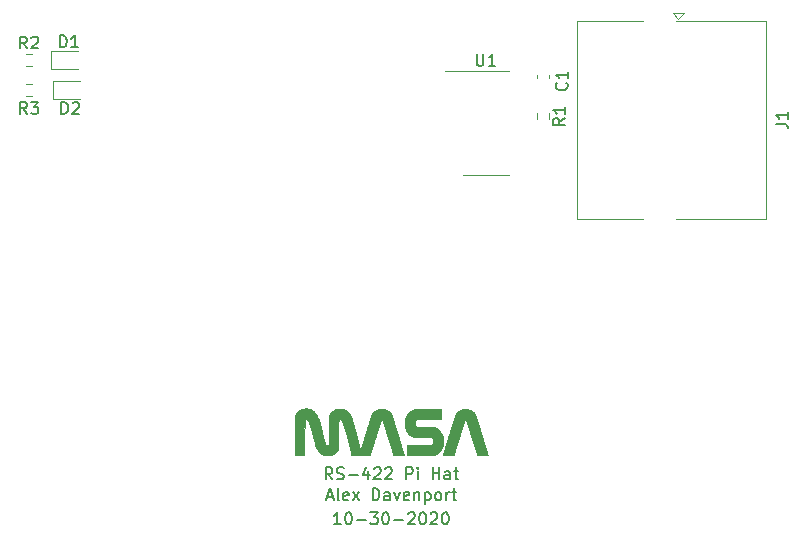
<source format=gto>
G04 #@! TF.GenerationSoftware,KiCad,Pcbnew,(5.1.7)-1*
G04 #@! TF.CreationDate,2020-10-30T03:26:27-04:00*
G04 #@! TF.ProjectId,server-hat,73657276-6572-42d6-9861-742e6b696361,rev?*
G04 #@! TF.SameCoordinates,Original*
G04 #@! TF.FileFunction,Legend,Top*
G04 #@! TF.FilePolarity,Positive*
%FSLAX46Y46*%
G04 Gerber Fmt 4.6, Leading zero omitted, Abs format (unit mm)*
G04 Created by KiCad (PCBNEW (5.1.7)-1) date 2020-10-30 03:26:27*
%MOMM*%
%LPD*%
G01*
G04 APERTURE LIST*
%ADD10C,0.010000*%
%ADD11C,0.120000*%
%ADD12C,0.150000*%
%ADD13C,1.500000*%
%ADD14C,2.300000*%
%ADD15C,3.250000*%
%ADD16R,1.500000X1.500000*%
%ADD17R,1.700000X1.700000*%
%ADD18O,1.700000X1.700000*%
%ADD19C,2.700000*%
G04 APERTURE END LIST*
D10*
G36*
X239597702Y-137531432D02*
G01*
X239647152Y-137532888D01*
X239692298Y-137535323D01*
X239731006Y-137538733D01*
X239761144Y-137543117D01*
X239764447Y-137543785D01*
X239858564Y-137566293D01*
X239942972Y-137592183D01*
X240018700Y-137621965D01*
X240086777Y-137656146D01*
X240148231Y-137695234D01*
X240204092Y-137739737D01*
X240248454Y-137782740D01*
X240283137Y-137823057D01*
X240312912Y-137866282D01*
X240339282Y-137915085D01*
X240363751Y-137972136D01*
X240379581Y-138015579D01*
X240388961Y-138041746D01*
X240401353Y-138074869D01*
X240415041Y-138110427D01*
X240426572Y-138139576D01*
X240441220Y-138177676D01*
X240457077Y-138221567D01*
X240471917Y-138264971D01*
X240480596Y-138291982D01*
X240491974Y-138327693D01*
X240504409Y-138364993D01*
X240516287Y-138399125D01*
X240524832Y-138422338D01*
X240535144Y-138450664D01*
X240547175Y-138485966D01*
X240559220Y-138523148D01*
X240567079Y-138548673D01*
X240576664Y-138579785D01*
X240586061Y-138608709D01*
X240594146Y-138632075D01*
X240599487Y-138645829D01*
X240604776Y-138659801D01*
X240612640Y-138683156D01*
X240622214Y-138713208D01*
X240632634Y-138747272D01*
X240638529Y-138767144D01*
X240650230Y-138806396D01*
X240662691Y-138847103D01*
X240674657Y-138885236D01*
X240684876Y-138916763D01*
X240687844Y-138925600D01*
X240698982Y-138959329D01*
X240710697Y-138996435D01*
X240720951Y-139030429D01*
X240723680Y-139039900D01*
X240733264Y-139072358D01*
X240744284Y-139107669D01*
X240754515Y-139138719D01*
X240755472Y-139141500D01*
X240763895Y-139166832D01*
X240775540Y-139203431D01*
X240790166Y-139250505D01*
X240807531Y-139307263D01*
X240827394Y-139372914D01*
X240849512Y-139446667D01*
X240873644Y-139527732D01*
X240880564Y-139551075D01*
X240892117Y-139589485D01*
X240903715Y-139626996D01*
X240914403Y-139660597D01*
X240923230Y-139687279D01*
X240927817Y-139700300D01*
X240934425Y-139719530D01*
X240943583Y-139748109D01*
X240954447Y-139783300D01*
X240966172Y-139822369D01*
X240977812Y-139862225D01*
X240989285Y-139902004D01*
X241000712Y-139941428D01*
X241012398Y-139981510D01*
X241024644Y-140023268D01*
X241037753Y-140067716D01*
X241052027Y-140115870D01*
X241067769Y-140168747D01*
X241085282Y-140227360D01*
X241104867Y-140292727D01*
X241126828Y-140365863D01*
X241151466Y-140447784D01*
X241179085Y-140539505D01*
X241209986Y-140642042D01*
X241215144Y-140659150D01*
X241228978Y-140705199D01*
X241243394Y-140753472D01*
X241257375Y-140800538D01*
X241269900Y-140842966D01*
X241279953Y-140877329D01*
X241281134Y-140881400D01*
X241292321Y-140919661D01*
X241304446Y-140960527D01*
X241316048Y-140999113D01*
X241325669Y-141030536D01*
X241325697Y-141030625D01*
X241333194Y-141055096D01*
X241343416Y-141088961D01*
X241355573Y-141129575D01*
X241368874Y-141174295D01*
X241382531Y-141220476D01*
X241389848Y-141245339D01*
X241403720Y-141292933D01*
X241414200Y-141329901D01*
X241421598Y-141357581D01*
X241426224Y-141377307D01*
X241428386Y-141390419D01*
X241428396Y-141398251D01*
X241426561Y-141402141D01*
X241426235Y-141402404D01*
X241419333Y-141403489D01*
X241402450Y-141404466D01*
X241376630Y-141405335D01*
X241342915Y-141406094D01*
X241302350Y-141406746D01*
X241255976Y-141407289D01*
X241204837Y-141407724D01*
X241149977Y-141408050D01*
X241092438Y-141408269D01*
X241033264Y-141408379D01*
X240973498Y-141408381D01*
X240914183Y-141408276D01*
X240856362Y-141408062D01*
X240801078Y-141407741D01*
X240749375Y-141407311D01*
X240702296Y-141406775D01*
X240660884Y-141406130D01*
X240626182Y-141405378D01*
X240599234Y-141404518D01*
X240581082Y-141403551D01*
X240572769Y-141402477D01*
X240572502Y-141402353D01*
X240568942Y-141399181D01*
X240564900Y-141393337D01*
X240560107Y-141384026D01*
X240554292Y-141370449D01*
X240547184Y-141351810D01*
X240538514Y-141327311D01*
X240528010Y-141296156D01*
X240515403Y-141257548D01*
X240500421Y-141210689D01*
X240482795Y-141154782D01*
X240462254Y-141089031D01*
X240438527Y-141012638D01*
X240420216Y-140953496D01*
X240408123Y-140915311D01*
X240394270Y-140872985D01*
X240380616Y-140832441D01*
X240371925Y-140807446D01*
X240359585Y-140771406D01*
X240346526Y-140731265D01*
X240334726Y-140693181D01*
X240329398Y-140675025D01*
X240319215Y-140641016D01*
X240307506Y-140604543D01*
X240296245Y-140571674D01*
X240292244Y-140560725D01*
X240283207Y-140535242D01*
X240272069Y-140501742D01*
X240260145Y-140464283D01*
X240248750Y-140426924D01*
X240247004Y-140421025D01*
X240236254Y-140385277D01*
X240225226Y-140349900D01*
X240215077Y-140318520D01*
X240206960Y-140294763D01*
X240205536Y-140290850D01*
X240198229Y-140270002D01*
X240188431Y-140240475D01*
X240177224Y-140205607D01*
X240165690Y-140168735D01*
X240160972Y-140153334D01*
X240149741Y-140116918D01*
X240138509Y-140081375D01*
X240128318Y-140049945D01*
X240120210Y-140025866D01*
X240117576Y-140018450D01*
X240110578Y-139998124D01*
X240101184Y-139969196D01*
X240090487Y-139935115D01*
X240079582Y-139899324D01*
X240076581Y-139889266D01*
X240065048Y-139851320D01*
X240052611Y-139811900D01*
X240040642Y-139775270D01*
X240030513Y-139745694D01*
X240029037Y-139741575D01*
X240020447Y-139717009D01*
X240009176Y-139683586D01*
X239996249Y-139644410D01*
X239982691Y-139602585D01*
X239970333Y-139563775D01*
X239955477Y-139516939D01*
X239938783Y-139464776D01*
X239921765Y-139411990D01*
X239905938Y-139363286D01*
X239896720Y-139335175D01*
X239882295Y-139291058D01*
X239866464Y-139242063D01*
X239850784Y-139193045D01*
X239836812Y-139148858D01*
X239831537Y-139131975D01*
X239819511Y-139093459D01*
X239807882Y-139056622D01*
X239795877Y-139019079D01*
X239782726Y-138978443D01*
X239767659Y-138932327D01*
X239749904Y-138878347D01*
X239736157Y-138836700D01*
X239726685Y-138807885D01*
X239714767Y-138771411D01*
X239701787Y-138731525D01*
X239689130Y-138692476D01*
X239686487Y-138684300D01*
X239665293Y-138618681D01*
X239647510Y-138563957D01*
X239632658Y-138519140D01*
X239620258Y-138483242D01*
X239609833Y-138455274D01*
X239600902Y-138434248D01*
X239592986Y-138419176D01*
X239585608Y-138409070D01*
X239578287Y-138402942D01*
X239570545Y-138399802D01*
X239561903Y-138398663D01*
X239551882Y-138398537D01*
X239547998Y-138398550D01*
X239532533Y-138399468D01*
X239519242Y-138403004D01*
X239507445Y-138410332D01*
X239496460Y-138422625D01*
X239485606Y-138441056D01*
X239474204Y-138466799D01*
X239461572Y-138501027D01*
X239447030Y-138544913D01*
X239429897Y-138599630D01*
X239428267Y-138604925D01*
X239404282Y-138682837D01*
X239383631Y-138749800D01*
X239365989Y-138806844D01*
X239351033Y-138855001D01*
X239338437Y-138895300D01*
X239327879Y-138928774D01*
X239319032Y-138956453D01*
X239311574Y-138979367D01*
X239305180Y-138998548D01*
X239299525Y-139015027D01*
X239297148Y-139021800D01*
X239285893Y-139055451D01*
X239274088Y-139093613D01*
X239264057Y-139128735D01*
X239262941Y-139132925D01*
X239254945Y-139161061D01*
X239244040Y-139196407D01*
X239231644Y-139234492D01*
X239219177Y-139270846D01*
X239218884Y-139271675D01*
X239205801Y-139309650D01*
X239190948Y-139354457D01*
X239176028Y-139400873D01*
X239162740Y-139443676D01*
X239160989Y-139449475D01*
X239149923Y-139485714D01*
X239138832Y-139521044D01*
X239128760Y-139552207D01*
X239120750Y-139575944D01*
X239118286Y-139582825D01*
X239111100Y-139603709D01*
X239101745Y-139632924D01*
X239091399Y-139666699D01*
X239081237Y-139701266D01*
X239080604Y-139703475D01*
X239063811Y-139761412D01*
X239045969Y-139821605D01*
X239027835Y-139881594D01*
X239010166Y-139938922D01*
X238993719Y-139991127D01*
X238979251Y-140035752D01*
X238969233Y-140065425D01*
X238957810Y-140099756D01*
X238946013Y-140137528D01*
X238935765Y-140172513D01*
X238932304Y-140185179D01*
X238922877Y-140218332D01*
X238911144Y-140256130D01*
X238899285Y-140291617D01*
X238896496Y-140299479D01*
X238886660Y-140328028D01*
X238874838Y-140364250D01*
X238862437Y-140403736D01*
X238850866Y-140442076D01*
X238849591Y-140446419D01*
X238839673Y-140479616D01*
X238830216Y-140509962D01*
X238822107Y-140534708D01*
X238816230Y-140551101D01*
X238814858Y-140554369D01*
X238810644Y-140565041D01*
X238804087Y-140583905D01*
X238795023Y-140611484D01*
X238783287Y-140648303D01*
X238768714Y-140694884D01*
X238751140Y-140751753D01*
X238730398Y-140819433D01*
X238706326Y-140898447D01*
X238698002Y-140925850D01*
X238685462Y-140966660D01*
X238672941Y-141006529D01*
X238661314Y-141042731D01*
X238651458Y-141072538D01*
X238644249Y-141093223D01*
X238643916Y-141094125D01*
X238636593Y-141115265D01*
X238626856Y-141145391D01*
X238615675Y-141181400D01*
X238604017Y-141220191D01*
X238596120Y-141247235D01*
X238582290Y-141294299D01*
X238570866Y-141330631D01*
X238561213Y-141357710D01*
X238552696Y-141377011D01*
X238544681Y-141390013D01*
X238536532Y-141398190D01*
X238529477Y-141402258D01*
X238521223Y-141403442D01*
X238502422Y-141404517D01*
X238473551Y-141405477D01*
X238435086Y-141406315D01*
X238387505Y-141407025D01*
X238331284Y-141407599D01*
X238266900Y-141408031D01*
X238194830Y-141408315D01*
X238115552Y-141408443D01*
X238091090Y-141408450D01*
X238010433Y-141408416D01*
X237940147Y-141408305D01*
X237879579Y-141408106D01*
X237828078Y-141407804D01*
X237784989Y-141407388D01*
X237749660Y-141406844D01*
X237721439Y-141406160D01*
X237699672Y-141405323D01*
X237683707Y-141404320D01*
X237672891Y-141403137D01*
X237666571Y-141401764D01*
X237664094Y-141400186D01*
X237664051Y-141400075D01*
X237664505Y-141390922D01*
X237667830Y-141371931D01*
X237673480Y-141345341D01*
X237680909Y-141313389D01*
X237689573Y-141278315D01*
X237698925Y-141242356D01*
X237708422Y-141207749D01*
X237717517Y-141176734D01*
X237721766Y-141163201D01*
X237729024Y-141139949D01*
X237738666Y-141107902D01*
X237749718Y-141070362D01*
X237761205Y-141030630D01*
X237768433Y-141005225D01*
X237783973Y-140950751D01*
X237800967Y-140892129D01*
X237818721Y-140831676D01*
X237836542Y-140771709D01*
X237853739Y-140714545D01*
X237869617Y-140662503D01*
X237883484Y-140617898D01*
X237894647Y-140583050D01*
X237894680Y-140582950D01*
X237903673Y-140554748D01*
X237914851Y-140518493D01*
X237926992Y-140478206D01*
X237938877Y-140437911D01*
X237942851Y-140424200D01*
X237967477Y-140339209D01*
X237988902Y-140266197D01*
X238007173Y-140205005D01*
X238022340Y-140155476D01*
X238034449Y-140117451D01*
X238043548Y-140090773D01*
X238044368Y-140088521D01*
X238051022Y-140069070D01*
X238060180Y-140040434D01*
X238070944Y-140005511D01*
X238082420Y-139967197D01*
X238091491Y-139936121D01*
X238104239Y-139892484D01*
X238119426Y-139841437D01*
X238135692Y-139787494D01*
X238151678Y-139735170D01*
X238163471Y-139697125D01*
X238178145Y-139650086D01*
X238195117Y-139595517D01*
X238213009Y-139537863D01*
X238230442Y-139481566D01*
X238246038Y-139431068D01*
X238246236Y-139430425D01*
X238259647Y-139387090D01*
X238272929Y-139344481D01*
X238285274Y-139305166D01*
X238295874Y-139271714D01*
X238303922Y-139246694D01*
X238306145Y-139239925D01*
X238327757Y-139173868D01*
X238351370Y-139100162D01*
X238375583Y-139023240D01*
X238398995Y-138947533D01*
X238411468Y-138906550D01*
X238423831Y-138866212D01*
X238436943Y-138824388D01*
X238449580Y-138784924D01*
X238460515Y-138751664D01*
X238465062Y-138738275D01*
X238476447Y-138704306D01*
X238488305Y-138667302D01*
X238498717Y-138633309D01*
X238502364Y-138620800D01*
X238512329Y-138588279D01*
X238524250Y-138552909D01*
X238535707Y-138521840D01*
X238536752Y-138519200D01*
X238545936Y-138494735D01*
X238557301Y-138462288D01*
X238569468Y-138425898D01*
X238581062Y-138389603D01*
X238582225Y-138385850D01*
X238594528Y-138347375D01*
X238610124Y-138300744D01*
X238628174Y-138248289D01*
X238647838Y-138192340D01*
X238668278Y-138135230D01*
X238688654Y-138079291D01*
X238708129Y-138026853D01*
X238725864Y-137980249D01*
X238741018Y-137941811D01*
X238748410Y-137923906D01*
X238782677Y-137857425D01*
X238826786Y-137796490D01*
X238880633Y-137741170D01*
X238944114Y-137691532D01*
X239017127Y-137647645D01*
X239099567Y-137609576D01*
X239191330Y-137577392D01*
X239292312Y-137551163D01*
X239330052Y-137543356D01*
X239360537Y-137538898D01*
X239399515Y-137535432D01*
X239444854Y-137532954D01*
X239494420Y-137531463D01*
X239546080Y-137530956D01*
X239597702Y-137531432D01*
G37*
X239597702Y-137531432D02*
X239647152Y-137532888D01*
X239692298Y-137535323D01*
X239731006Y-137538733D01*
X239761144Y-137543117D01*
X239764447Y-137543785D01*
X239858564Y-137566293D01*
X239942972Y-137592183D01*
X240018700Y-137621965D01*
X240086777Y-137656146D01*
X240148231Y-137695234D01*
X240204092Y-137739737D01*
X240248454Y-137782740D01*
X240283137Y-137823057D01*
X240312912Y-137866282D01*
X240339282Y-137915085D01*
X240363751Y-137972136D01*
X240379581Y-138015579D01*
X240388961Y-138041746D01*
X240401353Y-138074869D01*
X240415041Y-138110427D01*
X240426572Y-138139576D01*
X240441220Y-138177676D01*
X240457077Y-138221567D01*
X240471917Y-138264971D01*
X240480596Y-138291982D01*
X240491974Y-138327693D01*
X240504409Y-138364993D01*
X240516287Y-138399125D01*
X240524832Y-138422338D01*
X240535144Y-138450664D01*
X240547175Y-138485966D01*
X240559220Y-138523148D01*
X240567079Y-138548673D01*
X240576664Y-138579785D01*
X240586061Y-138608709D01*
X240594146Y-138632075D01*
X240599487Y-138645829D01*
X240604776Y-138659801D01*
X240612640Y-138683156D01*
X240622214Y-138713208D01*
X240632634Y-138747272D01*
X240638529Y-138767144D01*
X240650230Y-138806396D01*
X240662691Y-138847103D01*
X240674657Y-138885236D01*
X240684876Y-138916763D01*
X240687844Y-138925600D01*
X240698982Y-138959329D01*
X240710697Y-138996435D01*
X240720951Y-139030429D01*
X240723680Y-139039900D01*
X240733264Y-139072358D01*
X240744284Y-139107669D01*
X240754515Y-139138719D01*
X240755472Y-139141500D01*
X240763895Y-139166832D01*
X240775540Y-139203431D01*
X240790166Y-139250505D01*
X240807531Y-139307263D01*
X240827394Y-139372914D01*
X240849512Y-139446667D01*
X240873644Y-139527732D01*
X240880564Y-139551075D01*
X240892117Y-139589485D01*
X240903715Y-139626996D01*
X240914403Y-139660597D01*
X240923230Y-139687279D01*
X240927817Y-139700300D01*
X240934425Y-139719530D01*
X240943583Y-139748109D01*
X240954447Y-139783300D01*
X240966172Y-139822369D01*
X240977812Y-139862225D01*
X240989285Y-139902004D01*
X241000712Y-139941428D01*
X241012398Y-139981510D01*
X241024644Y-140023268D01*
X241037753Y-140067716D01*
X241052027Y-140115870D01*
X241067769Y-140168747D01*
X241085282Y-140227360D01*
X241104867Y-140292727D01*
X241126828Y-140365863D01*
X241151466Y-140447784D01*
X241179085Y-140539505D01*
X241209986Y-140642042D01*
X241215144Y-140659150D01*
X241228978Y-140705199D01*
X241243394Y-140753472D01*
X241257375Y-140800538D01*
X241269900Y-140842966D01*
X241279953Y-140877329D01*
X241281134Y-140881400D01*
X241292321Y-140919661D01*
X241304446Y-140960527D01*
X241316048Y-140999113D01*
X241325669Y-141030536D01*
X241325697Y-141030625D01*
X241333194Y-141055096D01*
X241343416Y-141088961D01*
X241355573Y-141129575D01*
X241368874Y-141174295D01*
X241382531Y-141220476D01*
X241389848Y-141245339D01*
X241403720Y-141292933D01*
X241414200Y-141329901D01*
X241421598Y-141357581D01*
X241426224Y-141377307D01*
X241428386Y-141390419D01*
X241428396Y-141398251D01*
X241426561Y-141402141D01*
X241426235Y-141402404D01*
X241419333Y-141403489D01*
X241402450Y-141404466D01*
X241376630Y-141405335D01*
X241342915Y-141406094D01*
X241302350Y-141406746D01*
X241255976Y-141407289D01*
X241204837Y-141407724D01*
X241149977Y-141408050D01*
X241092438Y-141408269D01*
X241033264Y-141408379D01*
X240973498Y-141408381D01*
X240914183Y-141408276D01*
X240856362Y-141408062D01*
X240801078Y-141407741D01*
X240749375Y-141407311D01*
X240702296Y-141406775D01*
X240660884Y-141406130D01*
X240626182Y-141405378D01*
X240599234Y-141404518D01*
X240581082Y-141403551D01*
X240572769Y-141402477D01*
X240572502Y-141402353D01*
X240568942Y-141399181D01*
X240564900Y-141393337D01*
X240560107Y-141384026D01*
X240554292Y-141370449D01*
X240547184Y-141351810D01*
X240538514Y-141327311D01*
X240528010Y-141296156D01*
X240515403Y-141257548D01*
X240500421Y-141210689D01*
X240482795Y-141154782D01*
X240462254Y-141089031D01*
X240438527Y-141012638D01*
X240420216Y-140953496D01*
X240408123Y-140915311D01*
X240394270Y-140872985D01*
X240380616Y-140832441D01*
X240371925Y-140807446D01*
X240359585Y-140771406D01*
X240346526Y-140731265D01*
X240334726Y-140693181D01*
X240329398Y-140675025D01*
X240319215Y-140641016D01*
X240307506Y-140604543D01*
X240296245Y-140571674D01*
X240292244Y-140560725D01*
X240283207Y-140535242D01*
X240272069Y-140501742D01*
X240260145Y-140464283D01*
X240248750Y-140426924D01*
X240247004Y-140421025D01*
X240236254Y-140385277D01*
X240225226Y-140349900D01*
X240215077Y-140318520D01*
X240206960Y-140294763D01*
X240205536Y-140290850D01*
X240198229Y-140270002D01*
X240188431Y-140240475D01*
X240177224Y-140205607D01*
X240165690Y-140168735D01*
X240160972Y-140153334D01*
X240149741Y-140116918D01*
X240138509Y-140081375D01*
X240128318Y-140049945D01*
X240120210Y-140025866D01*
X240117576Y-140018450D01*
X240110578Y-139998124D01*
X240101184Y-139969196D01*
X240090487Y-139935115D01*
X240079582Y-139899324D01*
X240076581Y-139889266D01*
X240065048Y-139851320D01*
X240052611Y-139811900D01*
X240040642Y-139775270D01*
X240030513Y-139745694D01*
X240029037Y-139741575D01*
X240020447Y-139717009D01*
X240009176Y-139683586D01*
X239996249Y-139644410D01*
X239982691Y-139602585D01*
X239970333Y-139563775D01*
X239955477Y-139516939D01*
X239938783Y-139464776D01*
X239921765Y-139411990D01*
X239905938Y-139363286D01*
X239896720Y-139335175D01*
X239882295Y-139291058D01*
X239866464Y-139242063D01*
X239850784Y-139193045D01*
X239836812Y-139148858D01*
X239831537Y-139131975D01*
X239819511Y-139093459D01*
X239807882Y-139056622D01*
X239795877Y-139019079D01*
X239782726Y-138978443D01*
X239767659Y-138932327D01*
X239749904Y-138878347D01*
X239736157Y-138836700D01*
X239726685Y-138807885D01*
X239714767Y-138771411D01*
X239701787Y-138731525D01*
X239689130Y-138692476D01*
X239686487Y-138684300D01*
X239665293Y-138618681D01*
X239647510Y-138563957D01*
X239632658Y-138519140D01*
X239620258Y-138483242D01*
X239609833Y-138455274D01*
X239600902Y-138434248D01*
X239592986Y-138419176D01*
X239585608Y-138409070D01*
X239578287Y-138402942D01*
X239570545Y-138399802D01*
X239561903Y-138398663D01*
X239551882Y-138398537D01*
X239547998Y-138398550D01*
X239532533Y-138399468D01*
X239519242Y-138403004D01*
X239507445Y-138410332D01*
X239496460Y-138422625D01*
X239485606Y-138441056D01*
X239474204Y-138466799D01*
X239461572Y-138501027D01*
X239447030Y-138544913D01*
X239429897Y-138599630D01*
X239428267Y-138604925D01*
X239404282Y-138682837D01*
X239383631Y-138749800D01*
X239365989Y-138806844D01*
X239351033Y-138855001D01*
X239338437Y-138895300D01*
X239327879Y-138928774D01*
X239319032Y-138956453D01*
X239311574Y-138979367D01*
X239305180Y-138998548D01*
X239299525Y-139015027D01*
X239297148Y-139021800D01*
X239285893Y-139055451D01*
X239274088Y-139093613D01*
X239264057Y-139128735D01*
X239262941Y-139132925D01*
X239254945Y-139161061D01*
X239244040Y-139196407D01*
X239231644Y-139234492D01*
X239219177Y-139270846D01*
X239218884Y-139271675D01*
X239205801Y-139309650D01*
X239190948Y-139354457D01*
X239176028Y-139400873D01*
X239162740Y-139443676D01*
X239160989Y-139449475D01*
X239149923Y-139485714D01*
X239138832Y-139521044D01*
X239128760Y-139552207D01*
X239120750Y-139575944D01*
X239118286Y-139582825D01*
X239111100Y-139603709D01*
X239101745Y-139632924D01*
X239091399Y-139666699D01*
X239081237Y-139701266D01*
X239080604Y-139703475D01*
X239063811Y-139761412D01*
X239045969Y-139821605D01*
X239027835Y-139881594D01*
X239010166Y-139938922D01*
X238993719Y-139991127D01*
X238979251Y-140035752D01*
X238969233Y-140065425D01*
X238957810Y-140099756D01*
X238946013Y-140137528D01*
X238935765Y-140172513D01*
X238932304Y-140185179D01*
X238922877Y-140218332D01*
X238911144Y-140256130D01*
X238899285Y-140291617D01*
X238896496Y-140299479D01*
X238886660Y-140328028D01*
X238874838Y-140364250D01*
X238862437Y-140403736D01*
X238850866Y-140442076D01*
X238849591Y-140446419D01*
X238839673Y-140479616D01*
X238830216Y-140509962D01*
X238822107Y-140534708D01*
X238816230Y-140551101D01*
X238814858Y-140554369D01*
X238810644Y-140565041D01*
X238804087Y-140583905D01*
X238795023Y-140611484D01*
X238783287Y-140648303D01*
X238768714Y-140694884D01*
X238751140Y-140751753D01*
X238730398Y-140819433D01*
X238706326Y-140898447D01*
X238698002Y-140925850D01*
X238685462Y-140966660D01*
X238672941Y-141006529D01*
X238661314Y-141042731D01*
X238651458Y-141072538D01*
X238644249Y-141093223D01*
X238643916Y-141094125D01*
X238636593Y-141115265D01*
X238626856Y-141145391D01*
X238615675Y-141181400D01*
X238604017Y-141220191D01*
X238596120Y-141247235D01*
X238582290Y-141294299D01*
X238570866Y-141330631D01*
X238561213Y-141357710D01*
X238552696Y-141377011D01*
X238544681Y-141390013D01*
X238536532Y-141398190D01*
X238529477Y-141402258D01*
X238521223Y-141403442D01*
X238502422Y-141404517D01*
X238473551Y-141405477D01*
X238435086Y-141406315D01*
X238387505Y-141407025D01*
X238331284Y-141407599D01*
X238266900Y-141408031D01*
X238194830Y-141408315D01*
X238115552Y-141408443D01*
X238091090Y-141408450D01*
X238010433Y-141408416D01*
X237940147Y-141408305D01*
X237879579Y-141408106D01*
X237828078Y-141407804D01*
X237784989Y-141407388D01*
X237749660Y-141406844D01*
X237721439Y-141406160D01*
X237699672Y-141405323D01*
X237683707Y-141404320D01*
X237672891Y-141403137D01*
X237666571Y-141401764D01*
X237664094Y-141400186D01*
X237664051Y-141400075D01*
X237664505Y-141390922D01*
X237667830Y-141371931D01*
X237673480Y-141345341D01*
X237680909Y-141313389D01*
X237689573Y-141278315D01*
X237698925Y-141242356D01*
X237708422Y-141207749D01*
X237717517Y-141176734D01*
X237721766Y-141163201D01*
X237729024Y-141139949D01*
X237738666Y-141107902D01*
X237749718Y-141070362D01*
X237761205Y-141030630D01*
X237768433Y-141005225D01*
X237783973Y-140950751D01*
X237800967Y-140892129D01*
X237818721Y-140831676D01*
X237836542Y-140771709D01*
X237853739Y-140714545D01*
X237869617Y-140662503D01*
X237883484Y-140617898D01*
X237894647Y-140583050D01*
X237894680Y-140582950D01*
X237903673Y-140554748D01*
X237914851Y-140518493D01*
X237926992Y-140478206D01*
X237938877Y-140437911D01*
X237942851Y-140424200D01*
X237967477Y-140339209D01*
X237988902Y-140266197D01*
X238007173Y-140205005D01*
X238022340Y-140155476D01*
X238034449Y-140117451D01*
X238043548Y-140090773D01*
X238044368Y-140088521D01*
X238051022Y-140069070D01*
X238060180Y-140040434D01*
X238070944Y-140005511D01*
X238082420Y-139967197D01*
X238091491Y-139936121D01*
X238104239Y-139892484D01*
X238119426Y-139841437D01*
X238135692Y-139787494D01*
X238151678Y-139735170D01*
X238163471Y-139697125D01*
X238178145Y-139650086D01*
X238195117Y-139595517D01*
X238213009Y-139537863D01*
X238230442Y-139481566D01*
X238246038Y-139431068D01*
X238246236Y-139430425D01*
X238259647Y-139387090D01*
X238272929Y-139344481D01*
X238285274Y-139305166D01*
X238295874Y-139271714D01*
X238303922Y-139246694D01*
X238306145Y-139239925D01*
X238327757Y-139173868D01*
X238351370Y-139100162D01*
X238375583Y-139023240D01*
X238398995Y-138947533D01*
X238411468Y-138906550D01*
X238423831Y-138866212D01*
X238436943Y-138824388D01*
X238449580Y-138784924D01*
X238460515Y-138751664D01*
X238465062Y-138738275D01*
X238476447Y-138704306D01*
X238488305Y-138667302D01*
X238498717Y-138633309D01*
X238502364Y-138620800D01*
X238512329Y-138588279D01*
X238524250Y-138552909D01*
X238535707Y-138521840D01*
X238536752Y-138519200D01*
X238545936Y-138494735D01*
X238557301Y-138462288D01*
X238569468Y-138425898D01*
X238581062Y-138389603D01*
X238582225Y-138385850D01*
X238594528Y-138347375D01*
X238610124Y-138300744D01*
X238628174Y-138248289D01*
X238647838Y-138192340D01*
X238668278Y-138135230D01*
X238688654Y-138079291D01*
X238708129Y-138026853D01*
X238725864Y-137980249D01*
X238741018Y-137941811D01*
X238748410Y-137923906D01*
X238782677Y-137857425D01*
X238826786Y-137796490D01*
X238880633Y-137741170D01*
X238944114Y-137691532D01*
X239017127Y-137647645D01*
X239099567Y-137609576D01*
X239191330Y-137577392D01*
X239292312Y-137551163D01*
X239330052Y-137543356D01*
X239360537Y-137538898D01*
X239399515Y-137535432D01*
X239444854Y-137532954D01*
X239494420Y-137531463D01*
X239546080Y-137530956D01*
X239597702Y-137531432D01*
G36*
X236527138Y-137546855D02*
G01*
X236624822Y-137546957D01*
X236720314Y-137547116D01*
X236813002Y-137547331D01*
X236902273Y-137547600D01*
X236987516Y-137547922D01*
X237068119Y-137548296D01*
X237143470Y-137548719D01*
X237212958Y-137549191D01*
X237275969Y-137549709D01*
X237331894Y-137550273D01*
X237380119Y-137550881D01*
X237420034Y-137551530D01*
X237451025Y-137552221D01*
X237472482Y-137552951D01*
X237483792Y-137553719D01*
X237485389Y-137554064D01*
X237487615Y-137555720D01*
X237489516Y-137558365D01*
X237491118Y-137562941D01*
X237492446Y-137570395D01*
X237493526Y-137581670D01*
X237494383Y-137597711D01*
X237495043Y-137619462D01*
X237495533Y-137647869D01*
X237495877Y-137683876D01*
X237496100Y-137728427D01*
X237496230Y-137782467D01*
X237496291Y-137846941D01*
X237496309Y-137922794D01*
X237496309Y-137956464D01*
X237496298Y-138037220D01*
X237496248Y-138106231D01*
X237496134Y-138164447D01*
X237495932Y-138212825D01*
X237495618Y-138252315D01*
X237495167Y-138283873D01*
X237494555Y-138308450D01*
X237493758Y-138327002D01*
X237492751Y-138340481D01*
X237491510Y-138349840D01*
X237490010Y-138356032D01*
X237488228Y-138360012D01*
X237486137Y-138362733D01*
X237485909Y-138362974D01*
X237484128Y-138364324D01*
X237481171Y-138365556D01*
X237476561Y-138366675D01*
X237469817Y-138367686D01*
X237460463Y-138368594D01*
X237448019Y-138369403D01*
X237432007Y-138370119D01*
X237411949Y-138370746D01*
X237387366Y-138371288D01*
X237357780Y-138371751D01*
X237322713Y-138372140D01*
X237281685Y-138372458D01*
X237234219Y-138372712D01*
X237179836Y-138372906D01*
X237118058Y-138373044D01*
X237048406Y-138373131D01*
X236970402Y-138373173D01*
X236883567Y-138373173D01*
X236787424Y-138373137D01*
X236681492Y-138373070D01*
X236565295Y-138372976D01*
X236492344Y-138372910D01*
X236388600Y-138372840D01*
X236287556Y-138372823D01*
X236189787Y-138372856D01*
X236095870Y-138372938D01*
X236006379Y-138373065D01*
X235921890Y-138373237D01*
X235842979Y-138373451D01*
X235770221Y-138373704D01*
X235704191Y-138373995D01*
X235645465Y-138374322D01*
X235594619Y-138374682D01*
X235552228Y-138375073D01*
X235518868Y-138375494D01*
X235495114Y-138375942D01*
X235481541Y-138376414D01*
X235478862Y-138376642D01*
X235447807Y-138385485D01*
X235413563Y-138401950D01*
X235379963Y-138423869D01*
X235351122Y-138448790D01*
X235330223Y-138474856D01*
X235309714Y-138508783D01*
X235292086Y-138545963D01*
X235280435Y-138579525D01*
X235273820Y-138598775D01*
X235266183Y-138614343D01*
X235264569Y-138616704D01*
X235260778Y-138623908D01*
X235258221Y-138635209D01*
X235256698Y-138652802D01*
X235256010Y-138678885D01*
X235255944Y-138711954D01*
X235256390Y-138749201D01*
X235257616Y-138776996D01*
X235259956Y-138798576D01*
X235263746Y-138817177D01*
X235268505Y-138833525D01*
X235293005Y-138893035D01*
X235325317Y-138943789D01*
X235365084Y-138985373D01*
X235411948Y-139017372D01*
X235437470Y-139029458D01*
X235445168Y-139030643D01*
X235462468Y-139031769D01*
X235489503Y-139032839D01*
X235526409Y-139033855D01*
X235573321Y-139034818D01*
X235630373Y-139035730D01*
X235697701Y-139036595D01*
X235775439Y-139037413D01*
X235863723Y-139038187D01*
X235962686Y-139038919D01*
X236072465Y-139039610D01*
X236137564Y-139039975D01*
X236238474Y-139040519D01*
X236328989Y-139041019D01*
X236409739Y-139041491D01*
X236481352Y-139041950D01*
X236544458Y-139042410D01*
X236599687Y-139042889D01*
X236647666Y-139043399D01*
X236689026Y-139043958D01*
X236724396Y-139044581D01*
X236754405Y-139045281D01*
X236779682Y-139046076D01*
X236800857Y-139046980D01*
X236818559Y-139048008D01*
X236833417Y-139049176D01*
X236846061Y-139050500D01*
X236857119Y-139051993D01*
X236867220Y-139053672D01*
X236876995Y-139055552D01*
X236887073Y-139057649D01*
X236889973Y-139058264D01*
X236955147Y-139074879D01*
X237020896Y-139096784D01*
X237083360Y-139122543D01*
X237138490Y-139150615D01*
X237222357Y-139205639D01*
X237300569Y-139271167D01*
X237372559Y-139346437D01*
X237437763Y-139430688D01*
X237495615Y-139523157D01*
X237545548Y-139623083D01*
X237586997Y-139729705D01*
X237600743Y-139772946D01*
X237618839Y-139835959D01*
X237633191Y-139892307D01*
X237644262Y-139945071D01*
X237652515Y-139997326D01*
X237658415Y-140052151D01*
X237662424Y-140112624D01*
X237665007Y-140181824D01*
X237665537Y-140203134D01*
X237666547Y-140253754D01*
X237666874Y-140295906D01*
X237666264Y-140332236D01*
X237664461Y-140365394D01*
X237661211Y-140398028D01*
X237656260Y-140432787D01*
X237649354Y-140472319D01*
X237640236Y-140519272D01*
X237630570Y-140566941D01*
X237617912Y-140626276D01*
X237606016Y-140675844D01*
X237594005Y-140718435D01*
X237581001Y-140756842D01*
X237566128Y-140793856D01*
X237548509Y-140832267D01*
X237544836Y-140839838D01*
X237488540Y-140944841D01*
X237427743Y-141038401D01*
X237362053Y-141120855D01*
X237291082Y-141192543D01*
X237214439Y-141253806D01*
X237131733Y-141304981D01*
X237042575Y-141346408D01*
X236946574Y-141378427D01*
X236916607Y-141386194D01*
X236849267Y-141402573D01*
X235719634Y-141403924D01*
X235568681Y-141404073D01*
X235428428Y-141404148D01*
X235298898Y-141404148D01*
X235180117Y-141404073D01*
X235072109Y-141403924D01*
X234974897Y-141403701D01*
X234888506Y-141403404D01*
X234812961Y-141403032D01*
X234748285Y-141402586D01*
X234694502Y-141402067D01*
X234651638Y-141401474D01*
X234619716Y-141400806D01*
X234598760Y-141400066D01*
X234588796Y-141399252D01*
X234587896Y-141398925D01*
X234587549Y-141391619D01*
X234587265Y-141372707D01*
X234587044Y-141343283D01*
X234586890Y-141304441D01*
X234586803Y-141257275D01*
X234586786Y-141202877D01*
X234586840Y-141142344D01*
X234586967Y-141076767D01*
X234587169Y-141007241D01*
X234587220Y-140992525D01*
X234588649Y-140592475D01*
X236600585Y-140586125D01*
X236632837Y-140571958D01*
X236663739Y-140556811D01*
X236688157Y-140540411D01*
X236710480Y-140519396D01*
X236728199Y-140498936D01*
X236759800Y-140454516D01*
X236783191Y-140407420D01*
X236799172Y-140355302D01*
X236808546Y-140295816D01*
X236811331Y-140255650D01*
X236811841Y-140195095D01*
X236807442Y-140143001D01*
X236797684Y-140096215D01*
X236782312Y-140052043D01*
X236754603Y-139998935D01*
X236719829Y-139955542D01*
X236678268Y-139922111D01*
X236630203Y-139898890D01*
X236597829Y-139889847D01*
X236588175Y-139888575D01*
X236571417Y-139887380D01*
X236547211Y-139886258D01*
X236515213Y-139885203D01*
X236475082Y-139884208D01*
X236426473Y-139883270D01*
X236369044Y-139882381D01*
X236302451Y-139881536D01*
X236226350Y-139880729D01*
X236140399Y-139879955D01*
X236044254Y-139879209D01*
X235937573Y-139878484D01*
X235889517Y-139878184D01*
X235789450Y-139877573D01*
X235699784Y-139877012D01*
X235619896Y-139876485D01*
X235549162Y-139875978D01*
X235486960Y-139875474D01*
X235432666Y-139874958D01*
X235385657Y-139874414D01*
X235345309Y-139873826D01*
X235311000Y-139873179D01*
X235282107Y-139872457D01*
X235258006Y-139871645D01*
X235238073Y-139870727D01*
X235221687Y-139869687D01*
X235208222Y-139868509D01*
X235197058Y-139867179D01*
X235187569Y-139865679D01*
X235179133Y-139863995D01*
X235171127Y-139862112D01*
X235162928Y-139860012D01*
X235162633Y-139859936D01*
X235061839Y-139828205D01*
X234968317Y-139787208D01*
X234881656Y-139736600D01*
X234801447Y-139676040D01*
X234727277Y-139605182D01*
X234658735Y-139523685D01*
X234595411Y-139431205D01*
X234546225Y-139345305D01*
X234524687Y-139301068D01*
X234504230Y-139251375D01*
X234484131Y-139194232D01*
X234463666Y-139127646D01*
X234451463Y-139084350D01*
X234443208Y-139054926D01*
X234435681Y-139029300D01*
X234429728Y-139010284D01*
X234426270Y-139000834D01*
X234422310Y-138986512D01*
X234418613Y-138961127D01*
X234415286Y-138926315D01*
X234412435Y-138883710D01*
X234410167Y-138834949D01*
X234408587Y-138781667D01*
X234407802Y-138725500D01*
X234407757Y-138716071D01*
X234408397Y-138639679D01*
X234411152Y-138572834D01*
X234416402Y-138512537D01*
X234424529Y-138455794D01*
X234435913Y-138399606D01*
X234450934Y-138340979D01*
X234459036Y-138312825D01*
X234493020Y-138209916D01*
X234530894Y-138118037D01*
X234573114Y-138036149D01*
X234598135Y-137995325D01*
X234634573Y-137943078D01*
X234676313Y-137889437D01*
X234720712Y-137837488D01*
X234765126Y-137790317D01*
X234806912Y-137751011D01*
X234808593Y-137749559D01*
X234875727Y-137698603D01*
X234951808Y-137653297D01*
X235035680Y-137614214D01*
X235126187Y-137581926D01*
X235175693Y-137567958D01*
X235239083Y-137551622D01*
X235564300Y-137549325D01*
X235650260Y-137548770D01*
X235740146Y-137548288D01*
X235833345Y-137547876D01*
X235929247Y-137547534D01*
X236027239Y-137547260D01*
X236126709Y-137547052D01*
X236227046Y-137546909D01*
X236327638Y-137546830D01*
X236427872Y-137546812D01*
X236527138Y-137546855D01*
G37*
X236527138Y-137546855D02*
X236624822Y-137546957D01*
X236720314Y-137547116D01*
X236813002Y-137547331D01*
X236902273Y-137547600D01*
X236987516Y-137547922D01*
X237068119Y-137548296D01*
X237143470Y-137548719D01*
X237212958Y-137549191D01*
X237275969Y-137549709D01*
X237331894Y-137550273D01*
X237380119Y-137550881D01*
X237420034Y-137551530D01*
X237451025Y-137552221D01*
X237472482Y-137552951D01*
X237483792Y-137553719D01*
X237485389Y-137554064D01*
X237487615Y-137555720D01*
X237489516Y-137558365D01*
X237491118Y-137562941D01*
X237492446Y-137570395D01*
X237493526Y-137581670D01*
X237494383Y-137597711D01*
X237495043Y-137619462D01*
X237495533Y-137647869D01*
X237495877Y-137683876D01*
X237496100Y-137728427D01*
X237496230Y-137782467D01*
X237496291Y-137846941D01*
X237496309Y-137922794D01*
X237496309Y-137956464D01*
X237496298Y-138037220D01*
X237496248Y-138106231D01*
X237496134Y-138164447D01*
X237495932Y-138212825D01*
X237495618Y-138252315D01*
X237495167Y-138283873D01*
X237494555Y-138308450D01*
X237493758Y-138327002D01*
X237492751Y-138340481D01*
X237491510Y-138349840D01*
X237490010Y-138356032D01*
X237488228Y-138360012D01*
X237486137Y-138362733D01*
X237485909Y-138362974D01*
X237484128Y-138364324D01*
X237481171Y-138365556D01*
X237476561Y-138366675D01*
X237469817Y-138367686D01*
X237460463Y-138368594D01*
X237448019Y-138369403D01*
X237432007Y-138370119D01*
X237411949Y-138370746D01*
X237387366Y-138371288D01*
X237357780Y-138371751D01*
X237322713Y-138372140D01*
X237281685Y-138372458D01*
X237234219Y-138372712D01*
X237179836Y-138372906D01*
X237118058Y-138373044D01*
X237048406Y-138373131D01*
X236970402Y-138373173D01*
X236883567Y-138373173D01*
X236787424Y-138373137D01*
X236681492Y-138373070D01*
X236565295Y-138372976D01*
X236492344Y-138372910D01*
X236388600Y-138372840D01*
X236287556Y-138372823D01*
X236189787Y-138372856D01*
X236095870Y-138372938D01*
X236006379Y-138373065D01*
X235921890Y-138373237D01*
X235842979Y-138373451D01*
X235770221Y-138373704D01*
X235704191Y-138373995D01*
X235645465Y-138374322D01*
X235594619Y-138374682D01*
X235552228Y-138375073D01*
X235518868Y-138375494D01*
X235495114Y-138375942D01*
X235481541Y-138376414D01*
X235478862Y-138376642D01*
X235447807Y-138385485D01*
X235413563Y-138401950D01*
X235379963Y-138423869D01*
X235351122Y-138448790D01*
X235330223Y-138474856D01*
X235309714Y-138508783D01*
X235292086Y-138545963D01*
X235280435Y-138579525D01*
X235273820Y-138598775D01*
X235266183Y-138614343D01*
X235264569Y-138616704D01*
X235260778Y-138623908D01*
X235258221Y-138635209D01*
X235256698Y-138652802D01*
X235256010Y-138678885D01*
X235255944Y-138711954D01*
X235256390Y-138749201D01*
X235257616Y-138776996D01*
X235259956Y-138798576D01*
X235263746Y-138817177D01*
X235268505Y-138833525D01*
X235293005Y-138893035D01*
X235325317Y-138943789D01*
X235365084Y-138985373D01*
X235411948Y-139017372D01*
X235437470Y-139029458D01*
X235445168Y-139030643D01*
X235462468Y-139031769D01*
X235489503Y-139032839D01*
X235526409Y-139033855D01*
X235573321Y-139034818D01*
X235630373Y-139035730D01*
X235697701Y-139036595D01*
X235775439Y-139037413D01*
X235863723Y-139038187D01*
X235962686Y-139038919D01*
X236072465Y-139039610D01*
X236137564Y-139039975D01*
X236238474Y-139040519D01*
X236328989Y-139041019D01*
X236409739Y-139041491D01*
X236481352Y-139041950D01*
X236544458Y-139042410D01*
X236599687Y-139042889D01*
X236647666Y-139043399D01*
X236689026Y-139043958D01*
X236724396Y-139044581D01*
X236754405Y-139045281D01*
X236779682Y-139046076D01*
X236800857Y-139046980D01*
X236818559Y-139048008D01*
X236833417Y-139049176D01*
X236846061Y-139050500D01*
X236857119Y-139051993D01*
X236867220Y-139053672D01*
X236876995Y-139055552D01*
X236887073Y-139057649D01*
X236889973Y-139058264D01*
X236955147Y-139074879D01*
X237020896Y-139096784D01*
X237083360Y-139122543D01*
X237138490Y-139150615D01*
X237222357Y-139205639D01*
X237300569Y-139271167D01*
X237372559Y-139346437D01*
X237437763Y-139430688D01*
X237495615Y-139523157D01*
X237545548Y-139623083D01*
X237586997Y-139729705D01*
X237600743Y-139772946D01*
X237618839Y-139835959D01*
X237633191Y-139892307D01*
X237644262Y-139945071D01*
X237652515Y-139997326D01*
X237658415Y-140052151D01*
X237662424Y-140112624D01*
X237665007Y-140181824D01*
X237665537Y-140203134D01*
X237666547Y-140253754D01*
X237666874Y-140295906D01*
X237666264Y-140332236D01*
X237664461Y-140365394D01*
X237661211Y-140398028D01*
X237656260Y-140432787D01*
X237649354Y-140472319D01*
X237640236Y-140519272D01*
X237630570Y-140566941D01*
X237617912Y-140626276D01*
X237606016Y-140675844D01*
X237594005Y-140718435D01*
X237581001Y-140756842D01*
X237566128Y-140793856D01*
X237548509Y-140832267D01*
X237544836Y-140839838D01*
X237488540Y-140944841D01*
X237427743Y-141038401D01*
X237362053Y-141120855D01*
X237291082Y-141192543D01*
X237214439Y-141253806D01*
X237131733Y-141304981D01*
X237042575Y-141346408D01*
X236946574Y-141378427D01*
X236916607Y-141386194D01*
X236849267Y-141402573D01*
X235719634Y-141403924D01*
X235568681Y-141404073D01*
X235428428Y-141404148D01*
X235298898Y-141404148D01*
X235180117Y-141404073D01*
X235072109Y-141403924D01*
X234974897Y-141403701D01*
X234888506Y-141403404D01*
X234812961Y-141403032D01*
X234748285Y-141402586D01*
X234694502Y-141402067D01*
X234651638Y-141401474D01*
X234619716Y-141400806D01*
X234598760Y-141400066D01*
X234588796Y-141399252D01*
X234587896Y-141398925D01*
X234587549Y-141391619D01*
X234587265Y-141372707D01*
X234587044Y-141343283D01*
X234586890Y-141304441D01*
X234586803Y-141257275D01*
X234586786Y-141202877D01*
X234586840Y-141142344D01*
X234586967Y-141076767D01*
X234587169Y-141007241D01*
X234587220Y-140992525D01*
X234588649Y-140592475D01*
X236600585Y-140586125D01*
X236632837Y-140571958D01*
X236663739Y-140556811D01*
X236688157Y-140540411D01*
X236710480Y-140519396D01*
X236728199Y-140498936D01*
X236759800Y-140454516D01*
X236783191Y-140407420D01*
X236799172Y-140355302D01*
X236808546Y-140295816D01*
X236811331Y-140255650D01*
X236811841Y-140195095D01*
X236807442Y-140143001D01*
X236797684Y-140096215D01*
X236782312Y-140052043D01*
X236754603Y-139998935D01*
X236719829Y-139955542D01*
X236678268Y-139922111D01*
X236630203Y-139898890D01*
X236597829Y-139889847D01*
X236588175Y-139888575D01*
X236571417Y-139887380D01*
X236547211Y-139886258D01*
X236515213Y-139885203D01*
X236475082Y-139884208D01*
X236426473Y-139883270D01*
X236369044Y-139882381D01*
X236302451Y-139881536D01*
X236226350Y-139880729D01*
X236140399Y-139879955D01*
X236044254Y-139879209D01*
X235937573Y-139878484D01*
X235889517Y-139878184D01*
X235789450Y-139877573D01*
X235699784Y-139877012D01*
X235619896Y-139876485D01*
X235549162Y-139875978D01*
X235486960Y-139875474D01*
X235432666Y-139874958D01*
X235385657Y-139874414D01*
X235345309Y-139873826D01*
X235311000Y-139873179D01*
X235282107Y-139872457D01*
X235258006Y-139871645D01*
X235238073Y-139870727D01*
X235221687Y-139869687D01*
X235208222Y-139868509D01*
X235197058Y-139867179D01*
X235187569Y-139865679D01*
X235179133Y-139863995D01*
X235171127Y-139862112D01*
X235162928Y-139860012D01*
X235162633Y-139859936D01*
X235061839Y-139828205D01*
X234968317Y-139787208D01*
X234881656Y-139736600D01*
X234801447Y-139676040D01*
X234727277Y-139605182D01*
X234658735Y-139523685D01*
X234595411Y-139431205D01*
X234546225Y-139345305D01*
X234524687Y-139301068D01*
X234504230Y-139251375D01*
X234484131Y-139194232D01*
X234463666Y-139127646D01*
X234451463Y-139084350D01*
X234443208Y-139054926D01*
X234435681Y-139029300D01*
X234429728Y-139010284D01*
X234426270Y-139000834D01*
X234422310Y-138986512D01*
X234418613Y-138961127D01*
X234415286Y-138926315D01*
X234412435Y-138883710D01*
X234410167Y-138834949D01*
X234408587Y-138781667D01*
X234407802Y-138725500D01*
X234407757Y-138716071D01*
X234408397Y-138639679D01*
X234411152Y-138572834D01*
X234416402Y-138512537D01*
X234424529Y-138455794D01*
X234435913Y-138399606D01*
X234450934Y-138340979D01*
X234459036Y-138312825D01*
X234493020Y-138209916D01*
X234530894Y-138118037D01*
X234573114Y-138036149D01*
X234598135Y-137995325D01*
X234634573Y-137943078D01*
X234676313Y-137889437D01*
X234720712Y-137837488D01*
X234765126Y-137790317D01*
X234806912Y-137751011D01*
X234808593Y-137749559D01*
X234875727Y-137698603D01*
X234951808Y-137653297D01*
X235035680Y-137614214D01*
X235126187Y-137581926D01*
X235175693Y-137567958D01*
X235239083Y-137551622D01*
X235564300Y-137549325D01*
X235650260Y-137548770D01*
X235740146Y-137548288D01*
X235833345Y-137547876D01*
X235929247Y-137547534D01*
X236027239Y-137547260D01*
X236126709Y-137547052D01*
X236227046Y-137546909D01*
X236327638Y-137546830D01*
X236427872Y-137546812D01*
X236527138Y-137546855D01*
G36*
X226209455Y-137479339D02*
G01*
X226295747Y-137492850D01*
X226376571Y-137513923D01*
X226453281Y-137542950D01*
X226527230Y-137580324D01*
X226599773Y-137626439D01*
X226637362Y-137653982D01*
X226674680Y-137685335D01*
X226715973Y-137724842D01*
X226759089Y-137770097D01*
X226801875Y-137818695D01*
X226842181Y-137868232D01*
X226877854Y-137916301D01*
X226895607Y-137942614D01*
X226955572Y-138043133D01*
X227013363Y-138155428D01*
X227068666Y-138278757D01*
X227121162Y-138412378D01*
X227170536Y-138555548D01*
X227205233Y-138668425D01*
X227217096Y-138708702D01*
X227228542Y-138747014D01*
X227238837Y-138780948D01*
X227247248Y-138808091D01*
X227253042Y-138826031D01*
X227253749Y-138828094D01*
X227259210Y-138845837D01*
X227266608Y-138872779D01*
X227275132Y-138905819D01*
X227283971Y-138941859D01*
X227287843Y-138958269D01*
X227297521Y-138998891D01*
X227308158Y-139042003D01*
X227318608Y-139083054D01*
X227327729Y-139117494D01*
X227329662Y-139124520D01*
X227337495Y-139154349D01*
X227346905Y-139192766D01*
X227357001Y-139235984D01*
X227366892Y-139280214D01*
X227372990Y-139308670D01*
X227382039Y-139350554D01*
X227391693Y-139393130D01*
X227401124Y-139432883D01*
X227409502Y-139466297D01*
X227414402Y-139484400D01*
X227421532Y-139511136D01*
X227430315Y-139546719D01*
X227439918Y-139587622D01*
X227449507Y-139630317D01*
X227455840Y-139659739D01*
X227465406Y-139703566D01*
X227476096Y-139749989D01*
X227486920Y-139794860D01*
X227496887Y-139834033D01*
X227502137Y-139853414D01*
X227512301Y-139890441D01*
X227522845Y-139930160D01*
X227532402Y-139967351D01*
X227538567Y-139992400D01*
X227545902Y-140021570D01*
X227555857Y-140058818D01*
X227567823Y-140102073D01*
X227581194Y-140149263D01*
X227595361Y-140198316D01*
X227609718Y-140247163D01*
X227623656Y-140293731D01*
X227636569Y-140335950D01*
X227647849Y-140371748D01*
X227656889Y-140399055D01*
X227661834Y-140412718D01*
X227690075Y-140475600D01*
X227720997Y-140526293D01*
X227754719Y-140564958D01*
X227791358Y-140591759D01*
X227791753Y-140591975D01*
X227824206Y-140606007D01*
X227858434Y-140614613D01*
X227890676Y-140617121D01*
X227914013Y-140613869D01*
X227932790Y-140604713D01*
X227951777Y-140589570D01*
X227967840Y-140571583D01*
X227977841Y-140553898D01*
X227979330Y-140548361D01*
X227981637Y-140536007D01*
X227985713Y-140515472D01*
X227990731Y-140490920D01*
X227991399Y-140487700D01*
X227992629Y-140481267D01*
X227993753Y-140473947D01*
X227994779Y-140465169D01*
X227995709Y-140454366D01*
X227996551Y-140440967D01*
X227997308Y-140424405D01*
X227997986Y-140404110D01*
X227998590Y-140379514D01*
X227999126Y-140350048D01*
X227999598Y-140315142D01*
X228000012Y-140274228D01*
X228000372Y-140226737D01*
X228000685Y-140172101D01*
X228000954Y-140109750D01*
X228001186Y-140039115D01*
X228001385Y-139959628D01*
X228001556Y-139870720D01*
X228001706Y-139771821D01*
X228001838Y-139662364D01*
X228001958Y-139541778D01*
X228002071Y-139409496D01*
X228002156Y-139300250D01*
X228002295Y-139145260D01*
X228002472Y-139002646D01*
X228002687Y-138872084D01*
X228002943Y-138753249D01*
X228003242Y-138645816D01*
X228003586Y-138549463D01*
X228003976Y-138463863D01*
X228004415Y-138388694D01*
X228004904Y-138323631D01*
X228005447Y-138268350D01*
X228006043Y-138222526D01*
X228006697Y-138185835D01*
X228007409Y-138157953D01*
X228008181Y-138138556D01*
X228009016Y-138127319D01*
X228009277Y-138125500D01*
X228018645Y-138079359D01*
X228029718Y-138038506D01*
X228044161Y-137997509D01*
X228060676Y-137957698D01*
X228082647Y-137909534D01*
X228103254Y-137870001D01*
X228124601Y-137835674D01*
X228148790Y-137803130D01*
X228173487Y-137773933D01*
X228239163Y-137708229D01*
X228313512Y-137649753D01*
X228395967Y-137598796D01*
X228485966Y-137555654D01*
X228582942Y-137520620D01*
X228686331Y-137493987D01*
X228726474Y-137486255D01*
X228750331Y-137482575D01*
X228776018Y-137479740D01*
X228805280Y-137477661D01*
X228839865Y-137476250D01*
X228881518Y-137475416D01*
X228931984Y-137475073D01*
X228946961Y-137475053D01*
X229000745Y-137475253D01*
X229045505Y-137476111D01*
X229083235Y-137477939D01*
X229115930Y-137481046D01*
X229145586Y-137485743D01*
X229174197Y-137492340D01*
X229203759Y-137501149D01*
X229236267Y-137512480D01*
X229270561Y-137525425D01*
X229361321Y-137567063D01*
X229447630Y-137620171D01*
X229529233Y-137684475D01*
X229605874Y-137759699D01*
X229677298Y-137845569D01*
X229743250Y-137941812D01*
X229803473Y-138048152D01*
X229851525Y-138149857D01*
X229866183Y-138183516D01*
X229879689Y-138214205D01*
X229891053Y-138239695D01*
X229899280Y-138257755D01*
X229902856Y-138265200D01*
X229909846Y-138281715D01*
X229918799Y-138307175D01*
X229928743Y-138338281D01*
X229938703Y-138371736D01*
X229947707Y-138404243D01*
X229954781Y-138432505D01*
X229958951Y-138453224D01*
X229959417Y-138456761D01*
X229963763Y-138478890D01*
X229970707Y-138488779D01*
X229971557Y-138489103D01*
X229977593Y-138496362D01*
X229984801Y-138515118D01*
X229993348Y-138545835D01*
X229996304Y-138557891D01*
X230004201Y-138589905D01*
X230014242Y-138629182D01*
X230025180Y-138670904D01*
X230035763Y-138710251D01*
X230036481Y-138712875D01*
X230047822Y-138755054D01*
X230060477Y-138803399D01*
X230072868Y-138851818D01*
X230083026Y-138892612D01*
X230092761Y-138931217D01*
X230103450Y-138971544D01*
X230113878Y-139009129D01*
X230122832Y-139039507D01*
X230123854Y-139042787D01*
X230130968Y-139066529D01*
X230139753Y-139097549D01*
X230149694Y-139133851D01*
X230160276Y-139173440D01*
X230170986Y-139214318D01*
X230181308Y-139254489D01*
X230190728Y-139291956D01*
X230198733Y-139324724D01*
X230204806Y-139350795D01*
X230208434Y-139368173D01*
X230209244Y-139374144D01*
X230213320Y-139386650D01*
X230217451Y-139391624D01*
X230221303Y-139399509D01*
X230227414Y-139417264D01*
X230235143Y-139442504D01*
X230243850Y-139472845D01*
X230252894Y-139505905D01*
X230261636Y-139539298D01*
X230269434Y-139570643D01*
X230275649Y-139597554D01*
X230279640Y-139617648D01*
X230280805Y-139627467D01*
X230282918Y-139639051D01*
X230288462Y-139658636D01*
X230296382Y-139682622D01*
X230299366Y-139690967D01*
X230307867Y-139716697D01*
X230317809Y-139750582D01*
X230328022Y-139788442D01*
X230337338Y-139826093D01*
X230338357Y-139830475D01*
X230349878Y-139879776D01*
X230359232Y-139918297D01*
X230366851Y-139947598D01*
X230373165Y-139969239D01*
X230378608Y-139984781D01*
X230383609Y-139995786D01*
X230384504Y-139997421D01*
X230391295Y-140013729D01*
X230396778Y-140033834D01*
X230397107Y-140035521D01*
X230401358Y-140056044D01*
X230407632Y-140082625D01*
X230416222Y-140116372D01*
X230427418Y-140158395D01*
X230441513Y-140209802D01*
X230458798Y-140271702D01*
X230465980Y-140297200D01*
X230478531Y-140342368D01*
X230490850Y-140387961D01*
X230502189Y-140431115D01*
X230511800Y-140468970D01*
X230518936Y-140498662D01*
X230520744Y-140506750D01*
X230528185Y-140538303D01*
X230536455Y-140568961D01*
X230544314Y-140594305D01*
X230548340Y-140605175D01*
X230556002Y-140626878D01*
X230564336Y-140655478D01*
X230571753Y-140685442D01*
X230572941Y-140690900D01*
X230582272Y-140731263D01*
X230594295Y-140778067D01*
X230607596Y-140826137D01*
X230620762Y-140870304D01*
X230628455Y-140894100D01*
X230634565Y-140914207D01*
X230641932Y-140941336D01*
X230649129Y-140970189D01*
X230650289Y-140975128D01*
X230656216Y-140999208D01*
X230661492Y-141018121D01*
X230665255Y-141028856D01*
X230666095Y-141030157D01*
X230668762Y-141025169D01*
X230674310Y-141009933D01*
X230682191Y-140986274D01*
X230691856Y-140956012D01*
X230702756Y-140920971D01*
X230714343Y-140882974D01*
X230726069Y-140843842D01*
X230737384Y-140805399D01*
X230747739Y-140769468D01*
X230756588Y-140737870D01*
X230763380Y-140712428D01*
X230767568Y-140694966D01*
X230768491Y-140689956D01*
X230773839Y-140669372D01*
X230782265Y-140651433D01*
X230782652Y-140650855D01*
X230790572Y-140633707D01*
X230793532Y-140617373D01*
X230796261Y-140600499D01*
X230801281Y-140589800D01*
X230805848Y-140580078D01*
X230812633Y-140560902D01*
X230820739Y-140535000D01*
X230829267Y-140505098D01*
X230829681Y-140503575D01*
X230839676Y-140468378D01*
X230850763Y-140432033D01*
X230861453Y-140399295D01*
X230868763Y-140378776D01*
X230877506Y-140353475D01*
X230887813Y-140320164D01*
X230898418Y-140283111D01*
X230908054Y-140246581D01*
X230908354Y-140245385D01*
X230916592Y-140213227D01*
X230924348Y-140184491D01*
X230930863Y-140161892D01*
X230935373Y-140148148D01*
X230936084Y-140146443D01*
X230940297Y-140135249D01*
X230946981Y-140115067D01*
X230955412Y-140088324D01*
X230964871Y-140057444D01*
X230974634Y-140024853D01*
X230983981Y-139992974D01*
X230992189Y-139964234D01*
X230998538Y-139941057D01*
X231002305Y-139925869D01*
X231003027Y-139921495D01*
X231005466Y-139910123D01*
X231011090Y-139895294D01*
X231017887Y-139876016D01*
X231022744Y-139855295D01*
X231027492Y-139837412D01*
X231034111Y-139824141D01*
X231034609Y-139823535D01*
X231041825Y-139810723D01*
X231047415Y-139793684D01*
X231053563Y-139768596D01*
X231062198Y-139737400D01*
X231073823Y-139698375D01*
X231088939Y-139649800D01*
X231094065Y-139633625D01*
X231103809Y-139602530D01*
X231115987Y-139562979D01*
X231129511Y-139518546D01*
X231143292Y-139472809D01*
X231154979Y-139433600D01*
X231166359Y-139395939D01*
X231176954Y-139362268D01*
X231186132Y-139334490D01*
X231193258Y-139314509D01*
X231197700Y-139304229D01*
X231198288Y-139303425D01*
X231202132Y-139295435D01*
X231208336Y-139277819D01*
X231216170Y-139253139D01*
X231224903Y-139223958D01*
X231233805Y-139192841D01*
X231242145Y-139162350D01*
X231249193Y-139135048D01*
X231254219Y-139113501D01*
X231256492Y-139100269D01*
X231256553Y-139098945D01*
X231258867Y-139088042D01*
X231265057Y-139069144D01*
X231273991Y-139045571D01*
X231278509Y-139034549D01*
X231290191Y-139004236D01*
X231302700Y-138967796D01*
X231313977Y-138931357D01*
X231317882Y-138917410D01*
X231327881Y-138882557D01*
X231339720Y-138844808D01*
X231351404Y-138810424D01*
X231355745Y-138798600D01*
X231366948Y-138767675D01*
X231378165Y-138734494D01*
X231387304Y-138705288D01*
X231388783Y-138700175D01*
X231396515Y-138674278D01*
X231406754Y-138641872D01*
X231417827Y-138608200D01*
X231423257Y-138592225D01*
X231433795Y-138560931D01*
X231446375Y-138522483D01*
X231459432Y-138481725D01*
X231471395Y-138443501D01*
X231471549Y-138443000D01*
X231483846Y-138403915D01*
X231497653Y-138361351D01*
X231511259Y-138320518D01*
X231522668Y-138287425D01*
X231533197Y-138257135D01*
X231542804Y-138228560D01*
X231550325Y-138205218D01*
X231554193Y-138192175D01*
X231559171Y-138176447D01*
X231567656Y-138152512D01*
X231578449Y-138123648D01*
X231590110Y-138093750D01*
X231603679Y-138059340D01*
X231617812Y-138022905D01*
X231630639Y-137989296D01*
X231638631Y-137967902D01*
X231658382Y-137918302D01*
X231678531Y-137877283D01*
X231701309Y-137840903D01*
X231728948Y-137805219D01*
X231734316Y-137798909D01*
X231788236Y-137744460D01*
X231851678Y-137695074D01*
X231923923Y-137651112D01*
X232004253Y-137612933D01*
X232091949Y-137580898D01*
X232186291Y-137555367D01*
X232243228Y-137543779D01*
X232273965Y-137539470D01*
X232313025Y-137535865D01*
X232357862Y-137533029D01*
X232405931Y-137531031D01*
X232454684Y-137529937D01*
X232501577Y-137529815D01*
X232544063Y-137530732D01*
X232579597Y-137532755D01*
X232596006Y-137534461D01*
X232627314Y-137538500D01*
X232661339Y-137542833D01*
X232692395Y-137546737D01*
X232702807Y-137548028D01*
X232730208Y-137553278D01*
X232765763Y-137562966D01*
X232807549Y-137576391D01*
X232853638Y-137592853D01*
X232902105Y-137611651D01*
X232951024Y-137632084D01*
X232998468Y-137653450D01*
X233017685Y-137662628D01*
X233051435Y-137683061D01*
X233088593Y-137712405D01*
X233127121Y-137748529D01*
X233164982Y-137789299D01*
X233200139Y-137832586D01*
X233230554Y-137876256D01*
X233244930Y-137900398D01*
X233252344Y-137915720D01*
X233263083Y-137940549D01*
X233276243Y-137972663D01*
X233290921Y-138009840D01*
X233306214Y-138049857D01*
X233312053Y-138065495D01*
X233326948Y-138105431D01*
X233341076Y-138142899D01*
X233353639Y-138175813D01*
X233363838Y-138202087D01*
X233370874Y-138219634D01*
X233372705Y-138223925D01*
X233380663Y-138246072D01*
X233387499Y-138272212D01*
X233389462Y-138282430D01*
X233395171Y-138306850D01*
X233404133Y-138334812D01*
X233411191Y-138352699D01*
X233420286Y-138375430D01*
X233431070Y-138405329D01*
X233441809Y-138437495D01*
X233446634Y-138452943D01*
X233454025Y-138476810D01*
X233464515Y-138510039D01*
X233477300Y-138550115D01*
X233491575Y-138594521D01*
X233506535Y-138640743D01*
X233516582Y-138671600D01*
X233533344Y-138723291D01*
X233551572Y-138780097D01*
X233570031Y-138838127D01*
X233587486Y-138893493D01*
X233602702Y-138942305D01*
X233607467Y-138957765D01*
X233621009Y-139001374D01*
X233635052Y-139045735D01*
X233648595Y-139087742D01*
X233660635Y-139124290D01*
X233670170Y-139152275D01*
X233670994Y-139154615D01*
X233682310Y-139187908D01*
X233695245Y-139227999D01*
X233708116Y-139269570D01*
X233718129Y-139303425D01*
X233736773Y-139367818D01*
X233754701Y-139428720D01*
X233771531Y-139484895D01*
X233786882Y-139535104D01*
X233800370Y-139578114D01*
X233811614Y-139612686D01*
X233820231Y-139637586D01*
X233825660Y-139651206D01*
X233831128Y-139665627D01*
X233838648Y-139689527D01*
X233847409Y-139720125D01*
X233856597Y-139754636D01*
X233861197Y-139772894D01*
X233871514Y-139813106D01*
X233883023Y-139855414D01*
X233894494Y-139895435D01*
X233904693Y-139928788D01*
X233907137Y-139936288D01*
X233917093Y-139967087D01*
X233929113Y-140005550D01*
X233941841Y-140047267D01*
X233953920Y-140087829D01*
X233956651Y-140097175D01*
X233969947Y-140142628D01*
X233986265Y-140197997D01*
X234004987Y-140261210D01*
X234025496Y-140330194D01*
X234047175Y-140402877D01*
X234069407Y-140477186D01*
X234091574Y-140551050D01*
X234113060Y-140622395D01*
X234114570Y-140627400D01*
X234128259Y-140672816D01*
X234144261Y-140726001D01*
X234161301Y-140782715D01*
X234178105Y-140838717D01*
X234193400Y-140889768D01*
X234194697Y-140894100D01*
X234220643Y-140980755D01*
X234243269Y-141056194D01*
X234262820Y-141121217D01*
X234279540Y-141176626D01*
X234293673Y-141223222D01*
X234305466Y-141261805D01*
X234315163Y-141293177D01*
X234323008Y-141318138D01*
X234329247Y-141337490D01*
X234334125Y-141352034D01*
X234337886Y-141362570D01*
X234338032Y-141362961D01*
X234344908Y-141382717D01*
X234347122Y-141394246D01*
X234345054Y-141400614D01*
X234342913Y-141402551D01*
X234336190Y-141403504D01*
X234319217Y-141404401D01*
X234292768Y-141405233D01*
X234257617Y-141405990D01*
X234214539Y-141406660D01*
X234164306Y-141407233D01*
X234107694Y-141407700D01*
X234045476Y-141408049D01*
X233978427Y-141408270D01*
X233910330Y-141408352D01*
X233828015Y-141408328D01*
X233756115Y-141408210D01*
X233694022Y-141407984D01*
X233641126Y-141407642D01*
X233596819Y-141407172D01*
X233560492Y-141406563D01*
X233531535Y-141405803D01*
X233509341Y-141404882D01*
X233493300Y-141403789D01*
X233482804Y-141402514D01*
X233477243Y-141401043D01*
X233476385Y-141400512D01*
X233472047Y-141392528D01*
X233464701Y-141374274D01*
X233454961Y-141347477D01*
X233443437Y-141313861D01*
X233430741Y-141275154D01*
X233420672Y-141243350D01*
X233406858Y-141199121D01*
X233394192Y-141158765D01*
X233382042Y-141120306D01*
X233369773Y-141081766D01*
X233356751Y-141041169D01*
X233342342Y-140996537D01*
X233325911Y-140945894D01*
X233306826Y-140887263D01*
X233285237Y-140821075D01*
X233273099Y-140783497D01*
X233258742Y-140738432D01*
X233243586Y-140690378D01*
X233229054Y-140643834D01*
X233222009Y-140621050D01*
X233210573Y-140584374D01*
X233199787Y-140550647D01*
X233190413Y-140522185D01*
X233183213Y-140501305D01*
X233179205Y-140490875D01*
X233173809Y-140477057D01*
X233165967Y-140454661D01*
X233156849Y-140427108D01*
X233149905Y-140405206D01*
X233140847Y-140376893D01*
X233132422Y-140352032D01*
X233125697Y-140333688D01*
X233122293Y-140325831D01*
X233117149Y-140312478D01*
X233111504Y-140292193D01*
X233108477Y-140278636D01*
X233102181Y-140253300D01*
X233093238Y-140224297D01*
X233086518Y-140205611D01*
X233079296Y-140185712D01*
X233069603Y-140157061D01*
X233058514Y-140122933D01*
X233047104Y-140086601D01*
X233042566Y-140071775D01*
X233032969Y-140040732D01*
X233020225Y-140000387D01*
X233005155Y-139953287D01*
X232988578Y-139901979D01*
X232971314Y-139849011D01*
X232954184Y-139796930D01*
X232951626Y-139789200D01*
X232935486Y-139740212D01*
X232919885Y-139692398D01*
X232905467Y-139647763D01*
X232892875Y-139608315D01*
X232882753Y-139576061D01*
X232875745Y-139553008D01*
X232874264Y-139547900D01*
X232868042Y-139526944D01*
X232858617Y-139496441D01*
X232846723Y-139458702D01*
X232833093Y-139416043D01*
X232818460Y-139370778D01*
X232806830Y-139335175D01*
X232791018Y-139286658D01*
X232774824Y-139236347D01*
X232759183Y-139187200D01*
X232745034Y-139142172D01*
X232733314Y-139104222D01*
X232727703Y-139085625D01*
X232717217Y-139051293D01*
X232706872Y-139019015D01*
X232697656Y-138991769D01*
X232690558Y-138972534D01*
X232688713Y-138968150D01*
X232682581Y-138952646D01*
X232673822Y-138928068D01*
X232663437Y-138897337D01*
X232652425Y-138863372D01*
X232648027Y-138849400D01*
X232636305Y-138812201D01*
X232624174Y-138774364D01*
X232612883Y-138739748D01*
X232603684Y-138712211D01*
X232601733Y-138706525D01*
X232593619Y-138682133D01*
X232583163Y-138649323D01*
X232571500Y-138611728D01*
X232559766Y-138572980D01*
X232555108Y-138557300D01*
X232544616Y-138522397D01*
X232534604Y-138490259D01*
X232525904Y-138463477D01*
X232519349Y-138444643D01*
X232516843Y-138438344D01*
X232501369Y-138416605D01*
X232479834Y-138403096D01*
X232455051Y-138398514D01*
X232429834Y-138403557D01*
X232413878Y-138412837D01*
X232407220Y-138419401D01*
X232400311Y-138429447D01*
X232392757Y-138444032D01*
X232384167Y-138464217D01*
X232374147Y-138491060D01*
X232362305Y-138525619D01*
X232348246Y-138568953D01*
X232331578Y-138622122D01*
X232311908Y-138686184D01*
X232309580Y-138693825D01*
X232296672Y-138735928D01*
X232282788Y-138780742D01*
X232269230Y-138824095D01*
X232257299Y-138861814D01*
X232252119Y-138877975D01*
X232238557Y-138920250D01*
X232222143Y-138971804D01*
X232203644Y-139030196D01*
X232183827Y-139092984D01*
X232163459Y-139157728D01*
X232143309Y-139221985D01*
X232124142Y-139283314D01*
X232106726Y-139339274D01*
X232091829Y-139387424D01*
X232083501Y-139414550D01*
X232071020Y-139454859D01*
X232057802Y-139496656D01*
X232045078Y-139536102D01*
X232034081Y-139569359D01*
X232029491Y-139582825D01*
X232020571Y-139609855D01*
X232010010Y-139643851D01*
X231998560Y-139682168D01*
X231986975Y-139722161D01*
X231976009Y-139761185D01*
X231966413Y-139796595D01*
X231958942Y-139825746D01*
X231954348Y-139845994D01*
X231953954Y-139848099D01*
X231947559Y-139866254D01*
X231939934Y-139878244D01*
X231934347Y-139888541D01*
X231926300Y-139908433D01*
X231916708Y-139935425D01*
X231906485Y-139967022D01*
X231902163Y-139981270D01*
X231878784Y-140059513D01*
X231856962Y-140131732D01*
X231837021Y-140196879D01*
X231819286Y-140253911D01*
X231804081Y-140301782D01*
X231791731Y-140339447D01*
X231784274Y-140361110D01*
X231772983Y-140394217D01*
X231761009Y-140431561D01*
X231750764Y-140465595D01*
X231749893Y-140468650D01*
X231740769Y-140499369D01*
X231729331Y-140535775D01*
X231717496Y-140571825D01*
X231712620Y-140586125D01*
X231702756Y-140615568D01*
X231690726Y-140652922D01*
X231677839Y-140694044D01*
X231665404Y-140734791D01*
X231661445Y-140748050D01*
X231642833Y-140810278D01*
X231623625Y-140873559D01*
X231604400Y-140936051D01*
X231585736Y-140995910D01*
X231568213Y-141051296D01*
X231552410Y-141100364D01*
X231538906Y-141141274D01*
X231528278Y-141172181D01*
X231527359Y-141174756D01*
X231516732Y-141205997D01*
X231504559Y-141244349D01*
X231492411Y-141284743D01*
X231482711Y-141318963D01*
X231474107Y-141349458D01*
X231466247Y-141375421D01*
X231459878Y-141394514D01*
X231455747Y-141404399D01*
X231455127Y-141405177D01*
X231449354Y-141405457D01*
X231433323Y-141405742D01*
X231407801Y-141406031D01*
X231373554Y-141406321D01*
X231331349Y-141406610D01*
X231281953Y-141406898D01*
X231226131Y-141407181D01*
X231164652Y-141407458D01*
X231098281Y-141407728D01*
X231027784Y-141407988D01*
X230953929Y-141408237D01*
X230877482Y-141408472D01*
X230799210Y-141408693D01*
X230719879Y-141408896D01*
X230640255Y-141409081D01*
X230561106Y-141409245D01*
X230483198Y-141409387D01*
X230407297Y-141409505D01*
X230334170Y-141409596D01*
X230264583Y-141409660D01*
X230199304Y-141409694D01*
X230139098Y-141409696D01*
X230084733Y-141409665D01*
X230036975Y-141409599D01*
X229996590Y-141409496D01*
X229964345Y-141409353D01*
X229941006Y-141409170D01*
X229927341Y-141408945D01*
X229924707Y-141408839D01*
X229920526Y-141402912D01*
X229915745Y-141387842D01*
X229911841Y-141369262D01*
X229907034Y-141345832D01*
X229899669Y-141315367D01*
X229890964Y-141282763D01*
X229886160Y-141266074D01*
X229877373Y-141234528D01*
X229867350Y-141195487D01*
X229857305Y-141153836D01*
X229848452Y-141114462D01*
X229848177Y-141113175D01*
X229838873Y-141071711D01*
X229827472Y-141024028D01*
X229815401Y-140975941D01*
X229804086Y-140933264D01*
X229803793Y-140932200D01*
X229790061Y-140881261D01*
X229779119Y-140837696D01*
X229769914Y-140796976D01*
X229761389Y-140754571D01*
X229757209Y-140732175D01*
X229751898Y-140704593D01*
X229746044Y-140677583D01*
X229738914Y-140648142D01*
X229729775Y-140613267D01*
X229717892Y-140569955D01*
X229715319Y-140560725D01*
X229704288Y-140519754D01*
X229692090Y-140472074D01*
X229680134Y-140423324D01*
X229669831Y-140379145D01*
X229668905Y-140375016D01*
X229660886Y-140340221D01*
X229653097Y-140308498D01*
X229646223Y-140282487D01*
X229640948Y-140264832D01*
X229639105Y-140259923D01*
X229634837Y-140248978D01*
X229629894Y-140233262D01*
X229623933Y-140211419D01*
X229616609Y-140182093D01*
X229607578Y-140143925D01*
X229596497Y-140095559D01*
X229588983Y-140062250D01*
X229581099Y-140028866D01*
X229573123Y-139998050D01*
X229565893Y-139972853D01*
X229560246Y-139956327D01*
X229559365Y-139954300D01*
X229554552Y-139940921D01*
X229547693Y-139917750D01*
X229539473Y-139887297D01*
X229530575Y-139852074D01*
X229523452Y-139822262D01*
X229513624Y-139781382D01*
X229503073Y-139739782D01*
X229492751Y-139701074D01*
X229483612Y-139668867D01*
X229479035Y-139653987D01*
X229470532Y-139626374D01*
X229460096Y-139590569D01*
X229448866Y-139550579D01*
X229437980Y-139510411D01*
X229434474Y-139497100D01*
X229423808Y-139457561D01*
X229412166Y-139416590D01*
X229400747Y-139378278D01*
X229390753Y-139346714D01*
X229387927Y-139338350D01*
X229378433Y-139309542D01*
X229367015Y-139272832D01*
X229354960Y-139232470D01*
X229343555Y-139192701D01*
X229340995Y-139183489D01*
X229331001Y-139148879D01*
X229320945Y-139116872D01*
X229311755Y-139090234D01*
X229304358Y-139071732D01*
X229301823Y-139066730D01*
X229291569Y-139045002D01*
X229283755Y-139021166D01*
X229283115Y-139018391D01*
X229277504Y-138996817D01*
X229268032Y-138965506D01*
X229255354Y-138926301D01*
X229240127Y-138881048D01*
X229223008Y-138831594D01*
X229204653Y-138779783D01*
X229185719Y-138727461D01*
X229166863Y-138676474D01*
X229148742Y-138628667D01*
X229132011Y-138585886D01*
X229117328Y-138549977D01*
X229112159Y-138537911D01*
X229097385Y-138506416D01*
X229079295Y-138471466D01*
X229059578Y-138435997D01*
X229039919Y-138402945D01*
X229022007Y-138375244D01*
X229007528Y-138355830D01*
X229007454Y-138355744D01*
X228983336Y-138335802D01*
X228955650Y-138326282D01*
X228926347Y-138326616D01*
X228897378Y-138336233D01*
X228870695Y-138354561D01*
X228848250Y-138381033D01*
X228835309Y-138406039D01*
X228831826Y-138414495D01*
X228828641Y-138422180D01*
X228825741Y-138429667D01*
X228823111Y-138437530D01*
X228820738Y-138446343D01*
X228818609Y-138456679D01*
X228816710Y-138469112D01*
X228815028Y-138484215D01*
X228813549Y-138502563D01*
X228812260Y-138524729D01*
X228811147Y-138551286D01*
X228810196Y-138582808D01*
X228809395Y-138619869D01*
X228808729Y-138663043D01*
X228808185Y-138712903D01*
X228807749Y-138770022D01*
X228807409Y-138834975D01*
X228807150Y-138908335D01*
X228806958Y-138990676D01*
X228806822Y-139082571D01*
X228806726Y-139184595D01*
X228806657Y-139297319D01*
X228806602Y-139421320D01*
X228806548Y-139557169D01*
X228806518Y-139627275D01*
X228806010Y-140751225D01*
X228791115Y-140814271D01*
X228765202Y-140900129D01*
X228729370Y-140981713D01*
X228684224Y-141058523D01*
X228630371Y-141130059D01*
X228568418Y-141195820D01*
X228498970Y-141255306D01*
X228422636Y-141308016D01*
X228340021Y-141353450D01*
X228251731Y-141391107D01*
X228158374Y-141420487D01*
X228060556Y-141441090D01*
X228025270Y-141446148D01*
X227997638Y-141448644D01*
X227961767Y-141450429D01*
X227920424Y-141451503D01*
X227876376Y-141451863D01*
X227832391Y-141451506D01*
X227791238Y-141450430D01*
X227755682Y-141448634D01*
X227730715Y-141446394D01*
X227636915Y-141429346D01*
X227541599Y-141401120D01*
X227446989Y-141362486D01*
X227363081Y-141318762D01*
X227273029Y-141259743D01*
X227190302Y-141191306D01*
X227115101Y-141113725D01*
X227047626Y-141027272D01*
X226988077Y-140932221D01*
X226936655Y-140828844D01*
X226893558Y-140717415D01*
X226872576Y-140649625D01*
X226860879Y-140607635D01*
X226846924Y-140556446D01*
X226831370Y-140498561D01*
X226814872Y-140436482D01*
X226798089Y-140372711D01*
X226781675Y-140309750D01*
X226766290Y-140250102D01*
X226752589Y-140196268D01*
X226741230Y-140150752D01*
X226736520Y-140131421D01*
X226727234Y-140094112D01*
X226715639Y-140049401D01*
X226702962Y-140001917D01*
X226690428Y-139956285D01*
X226685206Y-139937746D01*
X226674468Y-139899437D01*
X226664254Y-139862012D01*
X226655371Y-139828495D01*
X226648624Y-139801912D01*
X226645637Y-139789200D01*
X226640809Y-139768967D01*
X226633336Y-139739774D01*
X226624036Y-139704716D01*
X226613724Y-139666890D01*
X226607110Y-139643150D01*
X226595178Y-139600464D01*
X226582344Y-139554130D01*
X226569881Y-139508773D01*
X226559065Y-139469023D01*
X226555511Y-139455825D01*
X226546111Y-139421567D01*
X226534489Y-139380454D01*
X226521286Y-139334634D01*
X226507140Y-139286256D01*
X226492692Y-139237470D01*
X226478581Y-139190425D01*
X226465448Y-139147270D01*
X226453931Y-139110155D01*
X226444671Y-139081229D01*
X226439271Y-139065300D01*
X226432667Y-139045828D01*
X226423641Y-139017921D01*
X226413332Y-138985159D01*
X226402882Y-138951125D01*
X226401884Y-138947825D01*
X226391809Y-138915248D01*
X226382020Y-138884961D01*
X226373540Y-138860042D01*
X226367390Y-138843569D01*
X226366667Y-138841868D01*
X226360901Y-138827553D01*
X226352113Y-138804281D01*
X226341354Y-138774898D01*
X226329674Y-138742247D01*
X226325622Y-138730743D01*
X226304280Y-138673463D01*
X226280442Y-138615685D01*
X226255022Y-138559211D01*
X226228937Y-138505845D01*
X226203099Y-138457388D01*
X226178424Y-138415643D01*
X226155827Y-138382412D01*
X226138218Y-138361471D01*
X226108058Y-138338060D01*
X226076655Y-138326558D01*
X226045302Y-138326517D01*
X226015292Y-138337488D01*
X225987917Y-138359020D01*
X225964470Y-138390664D01*
X225947691Y-138427716D01*
X225934569Y-138465225D01*
X225931813Y-139927824D01*
X225931509Y-140088508D01*
X225931223Y-140236977D01*
X225930950Y-140373719D01*
X225930686Y-140499218D01*
X225930427Y-140613962D01*
X225930168Y-140718435D01*
X225929904Y-140813125D01*
X225929632Y-140898516D01*
X225929347Y-140975095D01*
X225929044Y-141043347D01*
X225928719Y-141103760D01*
X225928368Y-141156818D01*
X225927985Y-141203008D01*
X225927567Y-141242816D01*
X225927110Y-141276728D01*
X225926607Y-141305229D01*
X225926057Y-141328806D01*
X225925453Y-141347945D01*
X225924791Y-141363131D01*
X225924067Y-141374851D01*
X225923277Y-141383590D01*
X225922416Y-141389835D01*
X225921480Y-141394071D01*
X225920463Y-141396785D01*
X225919362Y-141398463D01*
X225918357Y-141399437D01*
X225914820Y-141401225D01*
X225908266Y-141402768D01*
X225897958Y-141404082D01*
X225883160Y-141405186D01*
X225863135Y-141406096D01*
X225837145Y-141406829D01*
X225804455Y-141407401D01*
X225764326Y-141407830D01*
X225716022Y-141408132D01*
X225658807Y-141408325D01*
X225591943Y-141408425D01*
X225525616Y-141408450D01*
X225451485Y-141408442D01*
X225387590Y-141408403D01*
X225333146Y-141408307D01*
X225287365Y-141408127D01*
X225249459Y-141407839D01*
X225218643Y-141407416D01*
X225194129Y-141406833D01*
X225175129Y-141406064D01*
X225160858Y-141405083D01*
X225150526Y-141403866D01*
X225143349Y-141402385D01*
X225138538Y-141400616D01*
X225135306Y-141398533D01*
X225132867Y-141396109D01*
X225132437Y-141395619D01*
X225131273Y-141394195D01*
X225130193Y-141392396D01*
X225129196Y-141389759D01*
X225128277Y-141385823D01*
X225127436Y-141380125D01*
X225126668Y-141372201D01*
X225125972Y-141361589D01*
X225125344Y-141347827D01*
X225124783Y-141330453D01*
X225124284Y-141309002D01*
X225123847Y-141283014D01*
X225123468Y-141252025D01*
X225123144Y-141215572D01*
X225122873Y-141173194D01*
X225122652Y-141124427D01*
X225122479Y-141068809D01*
X225122350Y-141005877D01*
X225122264Y-140935169D01*
X225122217Y-140856222D01*
X225122207Y-140768573D01*
X225122231Y-140671760D01*
X225122287Y-140565321D01*
X225122372Y-140448792D01*
X225122483Y-140321711D01*
X225122618Y-140183616D01*
X225122773Y-140034044D01*
X225122947Y-139872532D01*
X225123067Y-139762081D01*
X225123247Y-139591342D01*
X225123407Y-139432826D01*
X225123556Y-139286056D01*
X225123701Y-139150556D01*
X225123852Y-139025848D01*
X225124017Y-138911455D01*
X225124204Y-138806900D01*
X225124423Y-138711708D01*
X225124682Y-138625400D01*
X225124989Y-138547499D01*
X225125353Y-138477530D01*
X225125783Y-138415015D01*
X225126287Y-138359476D01*
X225126873Y-138310438D01*
X225127551Y-138267423D01*
X225128329Y-138229955D01*
X225129215Y-138197556D01*
X225130219Y-138169749D01*
X225131347Y-138146058D01*
X225132611Y-138126006D01*
X225134016Y-138109116D01*
X225135573Y-138094910D01*
X225137291Y-138082913D01*
X225139176Y-138072647D01*
X225141239Y-138063635D01*
X225143487Y-138055400D01*
X225145929Y-138047465D01*
X225148574Y-138039354D01*
X225151431Y-138030590D01*
X225154373Y-138021141D01*
X225181803Y-137948633D01*
X225219414Y-137878236D01*
X225266408Y-137810895D01*
X225321989Y-137747551D01*
X225385360Y-137689147D01*
X225455725Y-137636627D01*
X225505549Y-137605678D01*
X225587598Y-137563671D01*
X225673568Y-137529989D01*
X225764657Y-137504322D01*
X225862061Y-137486359D01*
X225966978Y-137475790D01*
X226015050Y-137473429D01*
X226116341Y-137472996D01*
X226209455Y-137479339D01*
G37*
X226209455Y-137479339D02*
X226295747Y-137492850D01*
X226376571Y-137513923D01*
X226453281Y-137542950D01*
X226527230Y-137580324D01*
X226599773Y-137626439D01*
X226637362Y-137653982D01*
X226674680Y-137685335D01*
X226715973Y-137724842D01*
X226759089Y-137770097D01*
X226801875Y-137818695D01*
X226842181Y-137868232D01*
X226877854Y-137916301D01*
X226895607Y-137942614D01*
X226955572Y-138043133D01*
X227013363Y-138155428D01*
X227068666Y-138278757D01*
X227121162Y-138412378D01*
X227170536Y-138555548D01*
X227205233Y-138668425D01*
X227217096Y-138708702D01*
X227228542Y-138747014D01*
X227238837Y-138780948D01*
X227247248Y-138808091D01*
X227253042Y-138826031D01*
X227253749Y-138828094D01*
X227259210Y-138845837D01*
X227266608Y-138872779D01*
X227275132Y-138905819D01*
X227283971Y-138941859D01*
X227287843Y-138958269D01*
X227297521Y-138998891D01*
X227308158Y-139042003D01*
X227318608Y-139083054D01*
X227327729Y-139117494D01*
X227329662Y-139124520D01*
X227337495Y-139154349D01*
X227346905Y-139192766D01*
X227357001Y-139235984D01*
X227366892Y-139280214D01*
X227372990Y-139308670D01*
X227382039Y-139350554D01*
X227391693Y-139393130D01*
X227401124Y-139432883D01*
X227409502Y-139466297D01*
X227414402Y-139484400D01*
X227421532Y-139511136D01*
X227430315Y-139546719D01*
X227439918Y-139587622D01*
X227449507Y-139630317D01*
X227455840Y-139659739D01*
X227465406Y-139703566D01*
X227476096Y-139749989D01*
X227486920Y-139794860D01*
X227496887Y-139834033D01*
X227502137Y-139853414D01*
X227512301Y-139890441D01*
X227522845Y-139930160D01*
X227532402Y-139967351D01*
X227538567Y-139992400D01*
X227545902Y-140021570D01*
X227555857Y-140058818D01*
X227567823Y-140102073D01*
X227581194Y-140149263D01*
X227595361Y-140198316D01*
X227609718Y-140247163D01*
X227623656Y-140293731D01*
X227636569Y-140335950D01*
X227647849Y-140371748D01*
X227656889Y-140399055D01*
X227661834Y-140412718D01*
X227690075Y-140475600D01*
X227720997Y-140526293D01*
X227754719Y-140564958D01*
X227791358Y-140591759D01*
X227791753Y-140591975D01*
X227824206Y-140606007D01*
X227858434Y-140614613D01*
X227890676Y-140617121D01*
X227914013Y-140613869D01*
X227932790Y-140604713D01*
X227951777Y-140589570D01*
X227967840Y-140571583D01*
X227977841Y-140553898D01*
X227979330Y-140548361D01*
X227981637Y-140536007D01*
X227985713Y-140515472D01*
X227990731Y-140490920D01*
X227991399Y-140487700D01*
X227992629Y-140481267D01*
X227993753Y-140473947D01*
X227994779Y-140465169D01*
X227995709Y-140454366D01*
X227996551Y-140440967D01*
X227997308Y-140424405D01*
X227997986Y-140404110D01*
X227998590Y-140379514D01*
X227999126Y-140350048D01*
X227999598Y-140315142D01*
X228000012Y-140274228D01*
X228000372Y-140226737D01*
X228000685Y-140172101D01*
X228000954Y-140109750D01*
X228001186Y-140039115D01*
X228001385Y-139959628D01*
X228001556Y-139870720D01*
X228001706Y-139771821D01*
X228001838Y-139662364D01*
X228001958Y-139541778D01*
X228002071Y-139409496D01*
X228002156Y-139300250D01*
X228002295Y-139145260D01*
X228002472Y-139002646D01*
X228002687Y-138872084D01*
X228002943Y-138753249D01*
X228003242Y-138645816D01*
X228003586Y-138549463D01*
X228003976Y-138463863D01*
X228004415Y-138388694D01*
X228004904Y-138323631D01*
X228005447Y-138268350D01*
X228006043Y-138222526D01*
X228006697Y-138185835D01*
X228007409Y-138157953D01*
X228008181Y-138138556D01*
X228009016Y-138127319D01*
X228009277Y-138125500D01*
X228018645Y-138079359D01*
X228029718Y-138038506D01*
X228044161Y-137997509D01*
X228060676Y-137957698D01*
X228082647Y-137909534D01*
X228103254Y-137870001D01*
X228124601Y-137835674D01*
X228148790Y-137803130D01*
X228173487Y-137773933D01*
X228239163Y-137708229D01*
X228313512Y-137649753D01*
X228395967Y-137598796D01*
X228485966Y-137555654D01*
X228582942Y-137520620D01*
X228686331Y-137493987D01*
X228726474Y-137486255D01*
X228750331Y-137482575D01*
X228776018Y-137479740D01*
X228805280Y-137477661D01*
X228839865Y-137476250D01*
X228881518Y-137475416D01*
X228931984Y-137475073D01*
X228946961Y-137475053D01*
X229000745Y-137475253D01*
X229045505Y-137476111D01*
X229083235Y-137477939D01*
X229115930Y-137481046D01*
X229145586Y-137485743D01*
X229174197Y-137492340D01*
X229203759Y-137501149D01*
X229236267Y-137512480D01*
X229270561Y-137525425D01*
X229361321Y-137567063D01*
X229447630Y-137620171D01*
X229529233Y-137684475D01*
X229605874Y-137759699D01*
X229677298Y-137845569D01*
X229743250Y-137941812D01*
X229803473Y-138048152D01*
X229851525Y-138149857D01*
X229866183Y-138183516D01*
X229879689Y-138214205D01*
X229891053Y-138239695D01*
X229899280Y-138257755D01*
X229902856Y-138265200D01*
X229909846Y-138281715D01*
X229918799Y-138307175D01*
X229928743Y-138338281D01*
X229938703Y-138371736D01*
X229947707Y-138404243D01*
X229954781Y-138432505D01*
X229958951Y-138453224D01*
X229959417Y-138456761D01*
X229963763Y-138478890D01*
X229970707Y-138488779D01*
X229971557Y-138489103D01*
X229977593Y-138496362D01*
X229984801Y-138515118D01*
X229993348Y-138545835D01*
X229996304Y-138557891D01*
X230004201Y-138589905D01*
X230014242Y-138629182D01*
X230025180Y-138670904D01*
X230035763Y-138710251D01*
X230036481Y-138712875D01*
X230047822Y-138755054D01*
X230060477Y-138803399D01*
X230072868Y-138851818D01*
X230083026Y-138892612D01*
X230092761Y-138931217D01*
X230103450Y-138971544D01*
X230113878Y-139009129D01*
X230122832Y-139039507D01*
X230123854Y-139042787D01*
X230130968Y-139066529D01*
X230139753Y-139097549D01*
X230149694Y-139133851D01*
X230160276Y-139173440D01*
X230170986Y-139214318D01*
X230181308Y-139254489D01*
X230190728Y-139291956D01*
X230198733Y-139324724D01*
X230204806Y-139350795D01*
X230208434Y-139368173D01*
X230209244Y-139374144D01*
X230213320Y-139386650D01*
X230217451Y-139391624D01*
X230221303Y-139399509D01*
X230227414Y-139417264D01*
X230235143Y-139442504D01*
X230243850Y-139472845D01*
X230252894Y-139505905D01*
X230261636Y-139539298D01*
X230269434Y-139570643D01*
X230275649Y-139597554D01*
X230279640Y-139617648D01*
X230280805Y-139627467D01*
X230282918Y-139639051D01*
X230288462Y-139658636D01*
X230296382Y-139682622D01*
X230299366Y-139690967D01*
X230307867Y-139716697D01*
X230317809Y-139750582D01*
X230328022Y-139788442D01*
X230337338Y-139826093D01*
X230338357Y-139830475D01*
X230349878Y-139879776D01*
X230359232Y-139918297D01*
X230366851Y-139947598D01*
X230373165Y-139969239D01*
X230378608Y-139984781D01*
X230383609Y-139995786D01*
X230384504Y-139997421D01*
X230391295Y-140013729D01*
X230396778Y-140033834D01*
X230397107Y-140035521D01*
X230401358Y-140056044D01*
X230407632Y-140082625D01*
X230416222Y-140116372D01*
X230427418Y-140158395D01*
X230441513Y-140209802D01*
X230458798Y-140271702D01*
X230465980Y-140297200D01*
X230478531Y-140342368D01*
X230490850Y-140387961D01*
X230502189Y-140431115D01*
X230511800Y-140468970D01*
X230518936Y-140498662D01*
X230520744Y-140506750D01*
X230528185Y-140538303D01*
X230536455Y-140568961D01*
X230544314Y-140594305D01*
X230548340Y-140605175D01*
X230556002Y-140626878D01*
X230564336Y-140655478D01*
X230571753Y-140685442D01*
X230572941Y-140690900D01*
X230582272Y-140731263D01*
X230594295Y-140778067D01*
X230607596Y-140826137D01*
X230620762Y-140870304D01*
X230628455Y-140894100D01*
X230634565Y-140914207D01*
X230641932Y-140941336D01*
X230649129Y-140970189D01*
X230650289Y-140975128D01*
X230656216Y-140999208D01*
X230661492Y-141018121D01*
X230665255Y-141028856D01*
X230666095Y-141030157D01*
X230668762Y-141025169D01*
X230674310Y-141009933D01*
X230682191Y-140986274D01*
X230691856Y-140956012D01*
X230702756Y-140920971D01*
X230714343Y-140882974D01*
X230726069Y-140843842D01*
X230737384Y-140805399D01*
X230747739Y-140769468D01*
X230756588Y-140737870D01*
X230763380Y-140712428D01*
X230767568Y-140694966D01*
X230768491Y-140689956D01*
X230773839Y-140669372D01*
X230782265Y-140651433D01*
X230782652Y-140650855D01*
X230790572Y-140633707D01*
X230793532Y-140617373D01*
X230796261Y-140600499D01*
X230801281Y-140589800D01*
X230805848Y-140580078D01*
X230812633Y-140560902D01*
X230820739Y-140535000D01*
X230829267Y-140505098D01*
X230829681Y-140503575D01*
X230839676Y-140468378D01*
X230850763Y-140432033D01*
X230861453Y-140399295D01*
X230868763Y-140378776D01*
X230877506Y-140353475D01*
X230887813Y-140320164D01*
X230898418Y-140283111D01*
X230908054Y-140246581D01*
X230908354Y-140245385D01*
X230916592Y-140213227D01*
X230924348Y-140184491D01*
X230930863Y-140161892D01*
X230935373Y-140148148D01*
X230936084Y-140146443D01*
X230940297Y-140135249D01*
X230946981Y-140115067D01*
X230955412Y-140088324D01*
X230964871Y-140057444D01*
X230974634Y-140024853D01*
X230983981Y-139992974D01*
X230992189Y-139964234D01*
X230998538Y-139941057D01*
X231002305Y-139925869D01*
X231003027Y-139921495D01*
X231005466Y-139910123D01*
X231011090Y-139895294D01*
X231017887Y-139876016D01*
X231022744Y-139855295D01*
X231027492Y-139837412D01*
X231034111Y-139824141D01*
X231034609Y-139823535D01*
X231041825Y-139810723D01*
X231047415Y-139793684D01*
X231053563Y-139768596D01*
X231062198Y-139737400D01*
X231073823Y-139698375D01*
X231088939Y-139649800D01*
X231094065Y-139633625D01*
X231103809Y-139602530D01*
X231115987Y-139562979D01*
X231129511Y-139518546D01*
X231143292Y-139472809D01*
X231154979Y-139433600D01*
X231166359Y-139395939D01*
X231176954Y-139362268D01*
X231186132Y-139334490D01*
X231193258Y-139314509D01*
X231197700Y-139304229D01*
X231198288Y-139303425D01*
X231202132Y-139295435D01*
X231208336Y-139277819D01*
X231216170Y-139253139D01*
X231224903Y-139223958D01*
X231233805Y-139192841D01*
X231242145Y-139162350D01*
X231249193Y-139135048D01*
X231254219Y-139113501D01*
X231256492Y-139100269D01*
X231256553Y-139098945D01*
X231258867Y-139088042D01*
X231265057Y-139069144D01*
X231273991Y-139045571D01*
X231278509Y-139034549D01*
X231290191Y-139004236D01*
X231302700Y-138967796D01*
X231313977Y-138931357D01*
X231317882Y-138917410D01*
X231327881Y-138882557D01*
X231339720Y-138844808D01*
X231351404Y-138810424D01*
X231355745Y-138798600D01*
X231366948Y-138767675D01*
X231378165Y-138734494D01*
X231387304Y-138705288D01*
X231388783Y-138700175D01*
X231396515Y-138674278D01*
X231406754Y-138641872D01*
X231417827Y-138608200D01*
X231423257Y-138592225D01*
X231433795Y-138560931D01*
X231446375Y-138522483D01*
X231459432Y-138481725D01*
X231471395Y-138443501D01*
X231471549Y-138443000D01*
X231483846Y-138403915D01*
X231497653Y-138361351D01*
X231511259Y-138320518D01*
X231522668Y-138287425D01*
X231533197Y-138257135D01*
X231542804Y-138228560D01*
X231550325Y-138205218D01*
X231554193Y-138192175D01*
X231559171Y-138176447D01*
X231567656Y-138152512D01*
X231578449Y-138123648D01*
X231590110Y-138093750D01*
X231603679Y-138059340D01*
X231617812Y-138022905D01*
X231630639Y-137989296D01*
X231638631Y-137967902D01*
X231658382Y-137918302D01*
X231678531Y-137877283D01*
X231701309Y-137840903D01*
X231728948Y-137805219D01*
X231734316Y-137798909D01*
X231788236Y-137744460D01*
X231851678Y-137695074D01*
X231923923Y-137651112D01*
X232004253Y-137612933D01*
X232091949Y-137580898D01*
X232186291Y-137555367D01*
X232243228Y-137543779D01*
X232273965Y-137539470D01*
X232313025Y-137535865D01*
X232357862Y-137533029D01*
X232405931Y-137531031D01*
X232454684Y-137529937D01*
X232501577Y-137529815D01*
X232544063Y-137530732D01*
X232579597Y-137532755D01*
X232596006Y-137534461D01*
X232627314Y-137538500D01*
X232661339Y-137542833D01*
X232692395Y-137546737D01*
X232702807Y-137548028D01*
X232730208Y-137553278D01*
X232765763Y-137562966D01*
X232807549Y-137576391D01*
X232853638Y-137592853D01*
X232902105Y-137611651D01*
X232951024Y-137632084D01*
X232998468Y-137653450D01*
X233017685Y-137662628D01*
X233051435Y-137683061D01*
X233088593Y-137712405D01*
X233127121Y-137748529D01*
X233164982Y-137789299D01*
X233200139Y-137832586D01*
X233230554Y-137876256D01*
X233244930Y-137900398D01*
X233252344Y-137915720D01*
X233263083Y-137940549D01*
X233276243Y-137972663D01*
X233290921Y-138009840D01*
X233306214Y-138049857D01*
X233312053Y-138065495D01*
X233326948Y-138105431D01*
X233341076Y-138142899D01*
X233353639Y-138175813D01*
X233363838Y-138202087D01*
X233370874Y-138219634D01*
X233372705Y-138223925D01*
X233380663Y-138246072D01*
X233387499Y-138272212D01*
X233389462Y-138282430D01*
X233395171Y-138306850D01*
X233404133Y-138334812D01*
X233411191Y-138352699D01*
X233420286Y-138375430D01*
X233431070Y-138405329D01*
X233441809Y-138437495D01*
X233446634Y-138452943D01*
X233454025Y-138476810D01*
X233464515Y-138510039D01*
X233477300Y-138550115D01*
X233491575Y-138594521D01*
X233506535Y-138640743D01*
X233516582Y-138671600D01*
X233533344Y-138723291D01*
X233551572Y-138780097D01*
X233570031Y-138838127D01*
X233587486Y-138893493D01*
X233602702Y-138942305D01*
X233607467Y-138957765D01*
X233621009Y-139001374D01*
X233635052Y-139045735D01*
X233648595Y-139087742D01*
X233660635Y-139124290D01*
X233670170Y-139152275D01*
X233670994Y-139154615D01*
X233682310Y-139187908D01*
X233695245Y-139227999D01*
X233708116Y-139269570D01*
X233718129Y-139303425D01*
X233736773Y-139367818D01*
X233754701Y-139428720D01*
X233771531Y-139484895D01*
X233786882Y-139535104D01*
X233800370Y-139578114D01*
X233811614Y-139612686D01*
X233820231Y-139637586D01*
X233825660Y-139651206D01*
X233831128Y-139665627D01*
X233838648Y-139689527D01*
X233847409Y-139720125D01*
X233856597Y-139754636D01*
X233861197Y-139772894D01*
X233871514Y-139813106D01*
X233883023Y-139855414D01*
X233894494Y-139895435D01*
X233904693Y-139928788D01*
X233907137Y-139936288D01*
X233917093Y-139967087D01*
X233929113Y-140005550D01*
X233941841Y-140047267D01*
X233953920Y-140087829D01*
X233956651Y-140097175D01*
X233969947Y-140142628D01*
X233986265Y-140197997D01*
X234004987Y-140261210D01*
X234025496Y-140330194D01*
X234047175Y-140402877D01*
X234069407Y-140477186D01*
X234091574Y-140551050D01*
X234113060Y-140622395D01*
X234114570Y-140627400D01*
X234128259Y-140672816D01*
X234144261Y-140726001D01*
X234161301Y-140782715D01*
X234178105Y-140838717D01*
X234193400Y-140889768D01*
X234194697Y-140894100D01*
X234220643Y-140980755D01*
X234243269Y-141056194D01*
X234262820Y-141121217D01*
X234279540Y-141176626D01*
X234293673Y-141223222D01*
X234305466Y-141261805D01*
X234315163Y-141293177D01*
X234323008Y-141318138D01*
X234329247Y-141337490D01*
X234334125Y-141352034D01*
X234337886Y-141362570D01*
X234338032Y-141362961D01*
X234344908Y-141382717D01*
X234347122Y-141394246D01*
X234345054Y-141400614D01*
X234342913Y-141402551D01*
X234336190Y-141403504D01*
X234319217Y-141404401D01*
X234292768Y-141405233D01*
X234257617Y-141405990D01*
X234214539Y-141406660D01*
X234164306Y-141407233D01*
X234107694Y-141407700D01*
X234045476Y-141408049D01*
X233978427Y-141408270D01*
X233910330Y-141408352D01*
X233828015Y-141408328D01*
X233756115Y-141408210D01*
X233694022Y-141407984D01*
X233641126Y-141407642D01*
X233596819Y-141407172D01*
X233560492Y-141406563D01*
X233531535Y-141405803D01*
X233509341Y-141404882D01*
X233493300Y-141403789D01*
X233482804Y-141402514D01*
X233477243Y-141401043D01*
X233476385Y-141400512D01*
X233472047Y-141392528D01*
X233464701Y-141374274D01*
X233454961Y-141347477D01*
X233443437Y-141313861D01*
X233430741Y-141275154D01*
X233420672Y-141243350D01*
X233406858Y-141199121D01*
X233394192Y-141158765D01*
X233382042Y-141120306D01*
X233369773Y-141081766D01*
X233356751Y-141041169D01*
X233342342Y-140996537D01*
X233325911Y-140945894D01*
X233306826Y-140887263D01*
X233285237Y-140821075D01*
X233273099Y-140783497D01*
X233258742Y-140738432D01*
X233243586Y-140690378D01*
X233229054Y-140643834D01*
X233222009Y-140621050D01*
X233210573Y-140584374D01*
X233199787Y-140550647D01*
X233190413Y-140522185D01*
X233183213Y-140501305D01*
X233179205Y-140490875D01*
X233173809Y-140477057D01*
X233165967Y-140454661D01*
X233156849Y-140427108D01*
X233149905Y-140405206D01*
X233140847Y-140376893D01*
X233132422Y-140352032D01*
X233125697Y-140333688D01*
X233122293Y-140325831D01*
X233117149Y-140312478D01*
X233111504Y-140292193D01*
X233108477Y-140278636D01*
X233102181Y-140253300D01*
X233093238Y-140224297D01*
X233086518Y-140205611D01*
X233079296Y-140185712D01*
X233069603Y-140157061D01*
X233058514Y-140122933D01*
X233047104Y-140086601D01*
X233042566Y-140071775D01*
X233032969Y-140040732D01*
X233020225Y-140000387D01*
X233005155Y-139953287D01*
X232988578Y-139901979D01*
X232971314Y-139849011D01*
X232954184Y-139796930D01*
X232951626Y-139789200D01*
X232935486Y-139740212D01*
X232919885Y-139692398D01*
X232905467Y-139647763D01*
X232892875Y-139608315D01*
X232882753Y-139576061D01*
X232875745Y-139553008D01*
X232874264Y-139547900D01*
X232868042Y-139526944D01*
X232858617Y-139496441D01*
X232846723Y-139458702D01*
X232833093Y-139416043D01*
X232818460Y-139370778D01*
X232806830Y-139335175D01*
X232791018Y-139286658D01*
X232774824Y-139236347D01*
X232759183Y-139187200D01*
X232745034Y-139142172D01*
X232733314Y-139104222D01*
X232727703Y-139085625D01*
X232717217Y-139051293D01*
X232706872Y-139019015D01*
X232697656Y-138991769D01*
X232690558Y-138972534D01*
X232688713Y-138968150D01*
X232682581Y-138952646D01*
X232673822Y-138928068D01*
X232663437Y-138897337D01*
X232652425Y-138863372D01*
X232648027Y-138849400D01*
X232636305Y-138812201D01*
X232624174Y-138774364D01*
X232612883Y-138739748D01*
X232603684Y-138712211D01*
X232601733Y-138706525D01*
X232593619Y-138682133D01*
X232583163Y-138649323D01*
X232571500Y-138611728D01*
X232559766Y-138572980D01*
X232555108Y-138557300D01*
X232544616Y-138522397D01*
X232534604Y-138490259D01*
X232525904Y-138463477D01*
X232519349Y-138444643D01*
X232516843Y-138438344D01*
X232501369Y-138416605D01*
X232479834Y-138403096D01*
X232455051Y-138398514D01*
X232429834Y-138403557D01*
X232413878Y-138412837D01*
X232407220Y-138419401D01*
X232400311Y-138429447D01*
X232392757Y-138444032D01*
X232384167Y-138464217D01*
X232374147Y-138491060D01*
X232362305Y-138525619D01*
X232348246Y-138568953D01*
X232331578Y-138622122D01*
X232311908Y-138686184D01*
X232309580Y-138693825D01*
X232296672Y-138735928D01*
X232282788Y-138780742D01*
X232269230Y-138824095D01*
X232257299Y-138861814D01*
X232252119Y-138877975D01*
X232238557Y-138920250D01*
X232222143Y-138971804D01*
X232203644Y-139030196D01*
X232183827Y-139092984D01*
X232163459Y-139157728D01*
X232143309Y-139221985D01*
X232124142Y-139283314D01*
X232106726Y-139339274D01*
X232091829Y-139387424D01*
X232083501Y-139414550D01*
X232071020Y-139454859D01*
X232057802Y-139496656D01*
X232045078Y-139536102D01*
X232034081Y-139569359D01*
X232029491Y-139582825D01*
X232020571Y-139609855D01*
X232010010Y-139643851D01*
X231998560Y-139682168D01*
X231986975Y-139722161D01*
X231976009Y-139761185D01*
X231966413Y-139796595D01*
X231958942Y-139825746D01*
X231954348Y-139845994D01*
X231953954Y-139848099D01*
X231947559Y-139866254D01*
X231939934Y-139878244D01*
X231934347Y-139888541D01*
X231926300Y-139908433D01*
X231916708Y-139935425D01*
X231906485Y-139967022D01*
X231902163Y-139981270D01*
X231878784Y-140059513D01*
X231856962Y-140131732D01*
X231837021Y-140196879D01*
X231819286Y-140253911D01*
X231804081Y-140301782D01*
X231791731Y-140339447D01*
X231784274Y-140361110D01*
X231772983Y-140394217D01*
X231761009Y-140431561D01*
X231750764Y-140465595D01*
X231749893Y-140468650D01*
X231740769Y-140499369D01*
X231729331Y-140535775D01*
X231717496Y-140571825D01*
X231712620Y-140586125D01*
X231702756Y-140615568D01*
X231690726Y-140652922D01*
X231677839Y-140694044D01*
X231665404Y-140734791D01*
X231661445Y-140748050D01*
X231642833Y-140810278D01*
X231623625Y-140873559D01*
X231604400Y-140936051D01*
X231585736Y-140995910D01*
X231568213Y-141051296D01*
X231552410Y-141100364D01*
X231538906Y-141141274D01*
X231528278Y-141172181D01*
X231527359Y-141174756D01*
X231516732Y-141205997D01*
X231504559Y-141244349D01*
X231492411Y-141284743D01*
X231482711Y-141318963D01*
X231474107Y-141349458D01*
X231466247Y-141375421D01*
X231459878Y-141394514D01*
X231455747Y-141404399D01*
X231455127Y-141405177D01*
X231449354Y-141405457D01*
X231433323Y-141405742D01*
X231407801Y-141406031D01*
X231373554Y-141406321D01*
X231331349Y-141406610D01*
X231281953Y-141406898D01*
X231226131Y-141407181D01*
X231164652Y-141407458D01*
X231098281Y-141407728D01*
X231027784Y-141407988D01*
X230953929Y-141408237D01*
X230877482Y-141408472D01*
X230799210Y-141408693D01*
X230719879Y-141408896D01*
X230640255Y-141409081D01*
X230561106Y-141409245D01*
X230483198Y-141409387D01*
X230407297Y-141409505D01*
X230334170Y-141409596D01*
X230264583Y-141409660D01*
X230199304Y-141409694D01*
X230139098Y-141409696D01*
X230084733Y-141409665D01*
X230036975Y-141409599D01*
X229996590Y-141409496D01*
X229964345Y-141409353D01*
X229941006Y-141409170D01*
X229927341Y-141408945D01*
X229924707Y-141408839D01*
X229920526Y-141402912D01*
X229915745Y-141387842D01*
X229911841Y-141369262D01*
X229907034Y-141345832D01*
X229899669Y-141315367D01*
X229890964Y-141282763D01*
X229886160Y-141266074D01*
X229877373Y-141234528D01*
X229867350Y-141195487D01*
X229857305Y-141153836D01*
X229848452Y-141114462D01*
X229848177Y-141113175D01*
X229838873Y-141071711D01*
X229827472Y-141024028D01*
X229815401Y-140975941D01*
X229804086Y-140933264D01*
X229803793Y-140932200D01*
X229790061Y-140881261D01*
X229779119Y-140837696D01*
X229769914Y-140796976D01*
X229761389Y-140754571D01*
X229757209Y-140732175D01*
X229751898Y-140704593D01*
X229746044Y-140677583D01*
X229738914Y-140648142D01*
X229729775Y-140613267D01*
X229717892Y-140569955D01*
X229715319Y-140560725D01*
X229704288Y-140519754D01*
X229692090Y-140472074D01*
X229680134Y-140423324D01*
X229669831Y-140379145D01*
X229668905Y-140375016D01*
X229660886Y-140340221D01*
X229653097Y-140308498D01*
X229646223Y-140282487D01*
X229640948Y-140264832D01*
X229639105Y-140259923D01*
X229634837Y-140248978D01*
X229629894Y-140233262D01*
X229623933Y-140211419D01*
X229616609Y-140182093D01*
X229607578Y-140143925D01*
X229596497Y-140095559D01*
X229588983Y-140062250D01*
X229581099Y-140028866D01*
X229573123Y-139998050D01*
X229565893Y-139972853D01*
X229560246Y-139956327D01*
X229559365Y-139954300D01*
X229554552Y-139940921D01*
X229547693Y-139917750D01*
X229539473Y-139887297D01*
X229530575Y-139852074D01*
X229523452Y-139822262D01*
X229513624Y-139781382D01*
X229503073Y-139739782D01*
X229492751Y-139701074D01*
X229483612Y-139668867D01*
X229479035Y-139653987D01*
X229470532Y-139626374D01*
X229460096Y-139590569D01*
X229448866Y-139550579D01*
X229437980Y-139510411D01*
X229434474Y-139497100D01*
X229423808Y-139457561D01*
X229412166Y-139416590D01*
X229400747Y-139378278D01*
X229390753Y-139346714D01*
X229387927Y-139338350D01*
X229378433Y-139309542D01*
X229367015Y-139272832D01*
X229354960Y-139232470D01*
X229343555Y-139192701D01*
X229340995Y-139183489D01*
X229331001Y-139148879D01*
X229320945Y-139116872D01*
X229311755Y-139090234D01*
X229304358Y-139071732D01*
X229301823Y-139066730D01*
X229291569Y-139045002D01*
X229283755Y-139021166D01*
X229283115Y-139018391D01*
X229277504Y-138996817D01*
X229268032Y-138965506D01*
X229255354Y-138926301D01*
X229240127Y-138881048D01*
X229223008Y-138831594D01*
X229204653Y-138779783D01*
X229185719Y-138727461D01*
X229166863Y-138676474D01*
X229148742Y-138628667D01*
X229132011Y-138585886D01*
X229117328Y-138549977D01*
X229112159Y-138537911D01*
X229097385Y-138506416D01*
X229079295Y-138471466D01*
X229059578Y-138435997D01*
X229039919Y-138402945D01*
X229022007Y-138375244D01*
X229007528Y-138355830D01*
X229007454Y-138355744D01*
X228983336Y-138335802D01*
X228955650Y-138326282D01*
X228926347Y-138326616D01*
X228897378Y-138336233D01*
X228870695Y-138354561D01*
X228848250Y-138381033D01*
X228835309Y-138406039D01*
X228831826Y-138414495D01*
X228828641Y-138422180D01*
X228825741Y-138429667D01*
X228823111Y-138437530D01*
X228820738Y-138446343D01*
X228818609Y-138456679D01*
X228816710Y-138469112D01*
X228815028Y-138484215D01*
X228813549Y-138502563D01*
X228812260Y-138524729D01*
X228811147Y-138551286D01*
X228810196Y-138582808D01*
X228809395Y-138619869D01*
X228808729Y-138663043D01*
X228808185Y-138712903D01*
X228807749Y-138770022D01*
X228807409Y-138834975D01*
X228807150Y-138908335D01*
X228806958Y-138990676D01*
X228806822Y-139082571D01*
X228806726Y-139184595D01*
X228806657Y-139297319D01*
X228806602Y-139421320D01*
X228806548Y-139557169D01*
X228806518Y-139627275D01*
X228806010Y-140751225D01*
X228791115Y-140814271D01*
X228765202Y-140900129D01*
X228729370Y-140981713D01*
X228684224Y-141058523D01*
X228630371Y-141130059D01*
X228568418Y-141195820D01*
X228498970Y-141255306D01*
X228422636Y-141308016D01*
X228340021Y-141353450D01*
X228251731Y-141391107D01*
X228158374Y-141420487D01*
X228060556Y-141441090D01*
X228025270Y-141446148D01*
X227997638Y-141448644D01*
X227961767Y-141450429D01*
X227920424Y-141451503D01*
X227876376Y-141451863D01*
X227832391Y-141451506D01*
X227791238Y-141450430D01*
X227755682Y-141448634D01*
X227730715Y-141446394D01*
X227636915Y-141429346D01*
X227541599Y-141401120D01*
X227446989Y-141362486D01*
X227363081Y-141318762D01*
X227273029Y-141259743D01*
X227190302Y-141191306D01*
X227115101Y-141113725D01*
X227047626Y-141027272D01*
X226988077Y-140932221D01*
X226936655Y-140828844D01*
X226893558Y-140717415D01*
X226872576Y-140649625D01*
X226860879Y-140607635D01*
X226846924Y-140556446D01*
X226831370Y-140498561D01*
X226814872Y-140436482D01*
X226798089Y-140372711D01*
X226781675Y-140309750D01*
X226766290Y-140250102D01*
X226752589Y-140196268D01*
X226741230Y-140150752D01*
X226736520Y-140131421D01*
X226727234Y-140094112D01*
X226715639Y-140049401D01*
X226702962Y-140001917D01*
X226690428Y-139956285D01*
X226685206Y-139937746D01*
X226674468Y-139899437D01*
X226664254Y-139862012D01*
X226655371Y-139828495D01*
X226648624Y-139801912D01*
X226645637Y-139789200D01*
X226640809Y-139768967D01*
X226633336Y-139739774D01*
X226624036Y-139704716D01*
X226613724Y-139666890D01*
X226607110Y-139643150D01*
X226595178Y-139600464D01*
X226582344Y-139554130D01*
X226569881Y-139508773D01*
X226559065Y-139469023D01*
X226555511Y-139455825D01*
X226546111Y-139421567D01*
X226534489Y-139380454D01*
X226521286Y-139334634D01*
X226507140Y-139286256D01*
X226492692Y-139237470D01*
X226478581Y-139190425D01*
X226465448Y-139147270D01*
X226453931Y-139110155D01*
X226444671Y-139081229D01*
X226439271Y-139065300D01*
X226432667Y-139045828D01*
X226423641Y-139017921D01*
X226413332Y-138985159D01*
X226402882Y-138951125D01*
X226401884Y-138947825D01*
X226391809Y-138915248D01*
X226382020Y-138884961D01*
X226373540Y-138860042D01*
X226367390Y-138843569D01*
X226366667Y-138841868D01*
X226360901Y-138827553D01*
X226352113Y-138804281D01*
X226341354Y-138774898D01*
X226329674Y-138742247D01*
X226325622Y-138730743D01*
X226304280Y-138673463D01*
X226280442Y-138615685D01*
X226255022Y-138559211D01*
X226228937Y-138505845D01*
X226203099Y-138457388D01*
X226178424Y-138415643D01*
X226155827Y-138382412D01*
X226138218Y-138361471D01*
X226108058Y-138338060D01*
X226076655Y-138326558D01*
X226045302Y-138326517D01*
X226015292Y-138337488D01*
X225987917Y-138359020D01*
X225964470Y-138390664D01*
X225947691Y-138427716D01*
X225934569Y-138465225D01*
X225931813Y-139927824D01*
X225931509Y-140088508D01*
X225931223Y-140236977D01*
X225930950Y-140373719D01*
X225930686Y-140499218D01*
X225930427Y-140613962D01*
X225930168Y-140718435D01*
X225929904Y-140813125D01*
X225929632Y-140898516D01*
X225929347Y-140975095D01*
X225929044Y-141043347D01*
X225928719Y-141103760D01*
X225928368Y-141156818D01*
X225927985Y-141203008D01*
X225927567Y-141242816D01*
X225927110Y-141276728D01*
X225926607Y-141305229D01*
X225926057Y-141328806D01*
X225925453Y-141347945D01*
X225924791Y-141363131D01*
X225924067Y-141374851D01*
X225923277Y-141383590D01*
X225922416Y-141389835D01*
X225921480Y-141394071D01*
X225920463Y-141396785D01*
X225919362Y-141398463D01*
X225918357Y-141399437D01*
X225914820Y-141401225D01*
X225908266Y-141402768D01*
X225897958Y-141404082D01*
X225883160Y-141405186D01*
X225863135Y-141406096D01*
X225837145Y-141406829D01*
X225804455Y-141407401D01*
X225764326Y-141407830D01*
X225716022Y-141408132D01*
X225658807Y-141408325D01*
X225591943Y-141408425D01*
X225525616Y-141408450D01*
X225451485Y-141408442D01*
X225387590Y-141408403D01*
X225333146Y-141408307D01*
X225287365Y-141408127D01*
X225249459Y-141407839D01*
X225218643Y-141407416D01*
X225194129Y-141406833D01*
X225175129Y-141406064D01*
X225160858Y-141405083D01*
X225150526Y-141403866D01*
X225143349Y-141402385D01*
X225138538Y-141400616D01*
X225135306Y-141398533D01*
X225132867Y-141396109D01*
X225132437Y-141395619D01*
X225131273Y-141394195D01*
X225130193Y-141392396D01*
X225129196Y-141389759D01*
X225128277Y-141385823D01*
X225127436Y-141380125D01*
X225126668Y-141372201D01*
X225125972Y-141361589D01*
X225125344Y-141347827D01*
X225124783Y-141330453D01*
X225124284Y-141309002D01*
X225123847Y-141283014D01*
X225123468Y-141252025D01*
X225123144Y-141215572D01*
X225122873Y-141173194D01*
X225122652Y-141124427D01*
X225122479Y-141068809D01*
X225122350Y-141005877D01*
X225122264Y-140935169D01*
X225122217Y-140856222D01*
X225122207Y-140768573D01*
X225122231Y-140671760D01*
X225122287Y-140565321D01*
X225122372Y-140448792D01*
X225122483Y-140321711D01*
X225122618Y-140183616D01*
X225122773Y-140034044D01*
X225122947Y-139872532D01*
X225123067Y-139762081D01*
X225123247Y-139591342D01*
X225123407Y-139432826D01*
X225123556Y-139286056D01*
X225123701Y-139150556D01*
X225123852Y-139025848D01*
X225124017Y-138911455D01*
X225124204Y-138806900D01*
X225124423Y-138711708D01*
X225124682Y-138625400D01*
X225124989Y-138547499D01*
X225125353Y-138477530D01*
X225125783Y-138415015D01*
X225126287Y-138359476D01*
X225126873Y-138310438D01*
X225127551Y-138267423D01*
X225128329Y-138229955D01*
X225129215Y-138197556D01*
X225130219Y-138169749D01*
X225131347Y-138146058D01*
X225132611Y-138126006D01*
X225134016Y-138109116D01*
X225135573Y-138094910D01*
X225137291Y-138082913D01*
X225139176Y-138072647D01*
X225141239Y-138063635D01*
X225143487Y-138055400D01*
X225145929Y-138047465D01*
X225148574Y-138039354D01*
X225151431Y-138030590D01*
X225154373Y-138021141D01*
X225181803Y-137948633D01*
X225219414Y-137878236D01*
X225266408Y-137810895D01*
X225321989Y-137747551D01*
X225385360Y-137689147D01*
X225455725Y-137636627D01*
X225505549Y-137605678D01*
X225587598Y-137563671D01*
X225673568Y-137529989D01*
X225764657Y-137504322D01*
X225862061Y-137486359D01*
X225966978Y-137475790D01*
X226015050Y-137473429D01*
X226116341Y-137472996D01*
X226209455Y-137479339D01*
D11*
X202356742Y-111025500D02*
X202831258Y-111025500D01*
X202356742Y-109980500D02*
X202831258Y-109980500D01*
X202356742Y-108485500D02*
X202831258Y-108485500D01*
X202356742Y-107440500D02*
X202831258Y-107440500D01*
X204611000Y-111238000D02*
X206896000Y-111238000D01*
X204611000Y-109768000D02*
X204611000Y-111238000D01*
X206896000Y-109768000D02*
X204611000Y-109768000D01*
X204484000Y-108698000D02*
X206769000Y-108698000D01*
X204484000Y-107228000D02*
X204484000Y-108698000D01*
X206769000Y-107228000D02*
X204484000Y-107228000D01*
X241275000Y-108862000D02*
X237825000Y-108862000D01*
X241275000Y-108862000D02*
X243225000Y-108862000D01*
X241275000Y-117732000D02*
X239325000Y-117732000D01*
X241275000Y-117732000D02*
X243225000Y-117732000D01*
X245578500Y-112488742D02*
X245578500Y-112963258D01*
X246623500Y-112488742D02*
X246623500Y-112963258D01*
X258096000Y-103987000D02*
X257596000Y-104487000D01*
X257096000Y-103987000D02*
X258096000Y-103987000D01*
X257596000Y-104487000D02*
X257096000Y-103987000D01*
X249036000Y-121412000D02*
X254596000Y-121412000D01*
X249036000Y-104682000D02*
X254596000Y-104682000D01*
X249036000Y-104682000D02*
X249036000Y-121412000D01*
X265006000Y-121412000D02*
X257396000Y-121412000D01*
X265006000Y-104682000D02*
X257396000Y-104682000D01*
X265006000Y-104682000D02*
X265006000Y-121412000D01*
X246611000Y-109500580D02*
X246611000Y-109219420D01*
X245591000Y-109500580D02*
X245591000Y-109219420D01*
D12*
X228297809Y-143467380D02*
X227964476Y-142991190D01*
X227726380Y-143467380D02*
X227726380Y-142467380D01*
X228107333Y-142467380D01*
X228202571Y-142515000D01*
X228250190Y-142562619D01*
X228297809Y-142657857D01*
X228297809Y-142800714D01*
X228250190Y-142895952D01*
X228202571Y-142943571D01*
X228107333Y-142991190D01*
X227726380Y-142991190D01*
X228678761Y-143419761D02*
X228821619Y-143467380D01*
X229059714Y-143467380D01*
X229154952Y-143419761D01*
X229202571Y-143372142D01*
X229250190Y-143276904D01*
X229250190Y-143181666D01*
X229202571Y-143086428D01*
X229154952Y-143038809D01*
X229059714Y-142991190D01*
X228869238Y-142943571D01*
X228774000Y-142895952D01*
X228726380Y-142848333D01*
X228678761Y-142753095D01*
X228678761Y-142657857D01*
X228726380Y-142562619D01*
X228774000Y-142515000D01*
X228869238Y-142467380D01*
X229107333Y-142467380D01*
X229250190Y-142515000D01*
X229678761Y-143086428D02*
X230440666Y-143086428D01*
X231345428Y-142800714D02*
X231345428Y-143467380D01*
X231107333Y-142419761D02*
X230869238Y-143134047D01*
X231488285Y-143134047D01*
X231821619Y-142562619D02*
X231869238Y-142515000D01*
X231964476Y-142467380D01*
X232202571Y-142467380D01*
X232297809Y-142515000D01*
X232345428Y-142562619D01*
X232393047Y-142657857D01*
X232393047Y-142753095D01*
X232345428Y-142895952D01*
X231774000Y-143467380D01*
X232393047Y-143467380D01*
X232774000Y-142562619D02*
X232821619Y-142515000D01*
X232916857Y-142467380D01*
X233154952Y-142467380D01*
X233250190Y-142515000D01*
X233297809Y-142562619D01*
X233345428Y-142657857D01*
X233345428Y-142753095D01*
X233297809Y-142895952D01*
X232726380Y-143467380D01*
X233345428Y-143467380D01*
X234535904Y-143467380D02*
X234535904Y-142467380D01*
X234916857Y-142467380D01*
X235012095Y-142515000D01*
X235059714Y-142562619D01*
X235107333Y-142657857D01*
X235107333Y-142800714D01*
X235059714Y-142895952D01*
X235012095Y-142943571D01*
X234916857Y-142991190D01*
X234535904Y-142991190D01*
X235535904Y-143467380D02*
X235535904Y-142800714D01*
X235535904Y-142467380D02*
X235488285Y-142515000D01*
X235535904Y-142562619D01*
X235583523Y-142515000D01*
X235535904Y-142467380D01*
X235535904Y-142562619D01*
X236774000Y-143467380D02*
X236774000Y-142467380D01*
X236774000Y-142943571D02*
X237345428Y-142943571D01*
X237345428Y-143467380D02*
X237345428Y-142467380D01*
X238250190Y-143467380D02*
X238250190Y-142943571D01*
X238202571Y-142848333D01*
X238107333Y-142800714D01*
X237916857Y-142800714D01*
X237821619Y-142848333D01*
X238250190Y-143419761D02*
X238154952Y-143467380D01*
X237916857Y-143467380D01*
X237821619Y-143419761D01*
X237774000Y-143324523D01*
X237774000Y-143229285D01*
X237821619Y-143134047D01*
X237916857Y-143086428D01*
X238154952Y-143086428D01*
X238250190Y-143038809D01*
X238583523Y-142800714D02*
X238964476Y-142800714D01*
X238726380Y-142467380D02*
X238726380Y-143324523D01*
X238774000Y-143419761D01*
X238869238Y-143467380D01*
X238964476Y-143467380D01*
X227845428Y-144959666D02*
X228321619Y-144959666D01*
X227750190Y-145245380D02*
X228083523Y-144245380D01*
X228416857Y-145245380D01*
X228893047Y-145245380D02*
X228797809Y-145197761D01*
X228750190Y-145102523D01*
X228750190Y-144245380D01*
X229654952Y-145197761D02*
X229559714Y-145245380D01*
X229369238Y-145245380D01*
X229274000Y-145197761D01*
X229226380Y-145102523D01*
X229226380Y-144721571D01*
X229274000Y-144626333D01*
X229369238Y-144578714D01*
X229559714Y-144578714D01*
X229654952Y-144626333D01*
X229702571Y-144721571D01*
X229702571Y-144816809D01*
X229226380Y-144912047D01*
X230035904Y-145245380D02*
X230559714Y-144578714D01*
X230035904Y-144578714D02*
X230559714Y-145245380D01*
X231702571Y-145245380D02*
X231702571Y-144245380D01*
X231940666Y-144245380D01*
X232083523Y-144293000D01*
X232178761Y-144388238D01*
X232226380Y-144483476D01*
X232274000Y-144673952D01*
X232274000Y-144816809D01*
X232226380Y-145007285D01*
X232178761Y-145102523D01*
X232083523Y-145197761D01*
X231940666Y-145245380D01*
X231702571Y-145245380D01*
X233131142Y-145245380D02*
X233131142Y-144721571D01*
X233083523Y-144626333D01*
X232988285Y-144578714D01*
X232797809Y-144578714D01*
X232702571Y-144626333D01*
X233131142Y-145197761D02*
X233035904Y-145245380D01*
X232797809Y-145245380D01*
X232702571Y-145197761D01*
X232654952Y-145102523D01*
X232654952Y-145007285D01*
X232702571Y-144912047D01*
X232797809Y-144864428D01*
X233035904Y-144864428D01*
X233131142Y-144816809D01*
X233512095Y-144578714D02*
X233750190Y-145245380D01*
X233988285Y-144578714D01*
X234750190Y-145197761D02*
X234654952Y-145245380D01*
X234464476Y-145245380D01*
X234369238Y-145197761D01*
X234321619Y-145102523D01*
X234321619Y-144721571D01*
X234369238Y-144626333D01*
X234464476Y-144578714D01*
X234654952Y-144578714D01*
X234750190Y-144626333D01*
X234797809Y-144721571D01*
X234797809Y-144816809D01*
X234321619Y-144912047D01*
X235226380Y-144578714D02*
X235226380Y-145245380D01*
X235226380Y-144673952D02*
X235274000Y-144626333D01*
X235369238Y-144578714D01*
X235512095Y-144578714D01*
X235607333Y-144626333D01*
X235654952Y-144721571D01*
X235654952Y-145245380D01*
X236131142Y-144578714D02*
X236131142Y-145578714D01*
X236131142Y-144626333D02*
X236226380Y-144578714D01*
X236416857Y-144578714D01*
X236512095Y-144626333D01*
X236559714Y-144673952D01*
X236607333Y-144769190D01*
X236607333Y-145054904D01*
X236559714Y-145150142D01*
X236512095Y-145197761D01*
X236416857Y-145245380D01*
X236226380Y-145245380D01*
X236131142Y-145197761D01*
X237178761Y-145245380D02*
X237083523Y-145197761D01*
X237035904Y-145150142D01*
X236988285Y-145054904D01*
X236988285Y-144769190D01*
X237035904Y-144673952D01*
X237083523Y-144626333D01*
X237178761Y-144578714D01*
X237321619Y-144578714D01*
X237416857Y-144626333D01*
X237464476Y-144673952D01*
X237512095Y-144769190D01*
X237512095Y-145054904D01*
X237464476Y-145150142D01*
X237416857Y-145197761D01*
X237321619Y-145245380D01*
X237178761Y-145245380D01*
X237940666Y-145245380D02*
X237940666Y-144578714D01*
X237940666Y-144769190D02*
X237988285Y-144673952D01*
X238035904Y-144626333D01*
X238131142Y-144578714D01*
X238226380Y-144578714D01*
X238416857Y-144578714D02*
X238797809Y-144578714D01*
X238559714Y-144245380D02*
X238559714Y-145102523D01*
X238607333Y-145197761D01*
X238702571Y-145245380D01*
X238797809Y-145245380D01*
X228988285Y-147277380D02*
X228416857Y-147277380D01*
X228702571Y-147277380D02*
X228702571Y-146277380D01*
X228607333Y-146420238D01*
X228512095Y-146515476D01*
X228416857Y-146563095D01*
X229607333Y-146277380D02*
X229702571Y-146277380D01*
X229797809Y-146325000D01*
X229845428Y-146372619D01*
X229893047Y-146467857D01*
X229940666Y-146658333D01*
X229940666Y-146896428D01*
X229893047Y-147086904D01*
X229845428Y-147182142D01*
X229797809Y-147229761D01*
X229702571Y-147277380D01*
X229607333Y-147277380D01*
X229512095Y-147229761D01*
X229464476Y-147182142D01*
X229416857Y-147086904D01*
X229369238Y-146896428D01*
X229369238Y-146658333D01*
X229416857Y-146467857D01*
X229464476Y-146372619D01*
X229512095Y-146325000D01*
X229607333Y-146277380D01*
X230369238Y-146896428D02*
X231131142Y-146896428D01*
X231512095Y-146277380D02*
X232131142Y-146277380D01*
X231797809Y-146658333D01*
X231940666Y-146658333D01*
X232035904Y-146705952D01*
X232083523Y-146753571D01*
X232131142Y-146848809D01*
X232131142Y-147086904D01*
X232083523Y-147182142D01*
X232035904Y-147229761D01*
X231940666Y-147277380D01*
X231654952Y-147277380D01*
X231559714Y-147229761D01*
X231512095Y-147182142D01*
X232750190Y-146277380D02*
X232845428Y-146277380D01*
X232940666Y-146325000D01*
X232988285Y-146372619D01*
X233035904Y-146467857D01*
X233083523Y-146658333D01*
X233083523Y-146896428D01*
X233035904Y-147086904D01*
X232988285Y-147182142D01*
X232940666Y-147229761D01*
X232845428Y-147277380D01*
X232750190Y-147277380D01*
X232654952Y-147229761D01*
X232607333Y-147182142D01*
X232559714Y-147086904D01*
X232512095Y-146896428D01*
X232512095Y-146658333D01*
X232559714Y-146467857D01*
X232607333Y-146372619D01*
X232654952Y-146325000D01*
X232750190Y-146277380D01*
X233512095Y-146896428D02*
X234274000Y-146896428D01*
X234702571Y-146372619D02*
X234750190Y-146325000D01*
X234845428Y-146277380D01*
X235083523Y-146277380D01*
X235178761Y-146325000D01*
X235226380Y-146372619D01*
X235274000Y-146467857D01*
X235274000Y-146563095D01*
X235226380Y-146705952D01*
X234654952Y-147277380D01*
X235274000Y-147277380D01*
X235893047Y-146277380D02*
X235988285Y-146277380D01*
X236083523Y-146325000D01*
X236131142Y-146372619D01*
X236178761Y-146467857D01*
X236226380Y-146658333D01*
X236226380Y-146896428D01*
X236178761Y-147086904D01*
X236131142Y-147182142D01*
X236083523Y-147229761D01*
X235988285Y-147277380D01*
X235893047Y-147277380D01*
X235797809Y-147229761D01*
X235750190Y-147182142D01*
X235702571Y-147086904D01*
X235654952Y-146896428D01*
X235654952Y-146658333D01*
X235702571Y-146467857D01*
X235750190Y-146372619D01*
X235797809Y-146325000D01*
X235893047Y-146277380D01*
X236607333Y-146372619D02*
X236654952Y-146325000D01*
X236750190Y-146277380D01*
X236988285Y-146277380D01*
X237083523Y-146325000D01*
X237131142Y-146372619D01*
X237178761Y-146467857D01*
X237178761Y-146563095D01*
X237131142Y-146705952D01*
X236559714Y-147277380D01*
X237178761Y-147277380D01*
X237797809Y-146277380D02*
X237893047Y-146277380D01*
X237988285Y-146325000D01*
X238035904Y-146372619D01*
X238083523Y-146467857D01*
X238131142Y-146658333D01*
X238131142Y-146896428D01*
X238083523Y-147086904D01*
X238035904Y-147182142D01*
X237988285Y-147229761D01*
X237893047Y-147277380D01*
X237797809Y-147277380D01*
X237702571Y-147229761D01*
X237654952Y-147182142D01*
X237607333Y-147086904D01*
X237559714Y-146896428D01*
X237559714Y-146658333D01*
X237607333Y-146467857D01*
X237654952Y-146372619D01*
X237702571Y-146325000D01*
X237797809Y-146277380D01*
X202427333Y-112536380D02*
X202094000Y-112060190D01*
X201855904Y-112536380D02*
X201855904Y-111536380D01*
X202236857Y-111536380D01*
X202332095Y-111584000D01*
X202379714Y-111631619D01*
X202427333Y-111726857D01*
X202427333Y-111869714D01*
X202379714Y-111964952D01*
X202332095Y-112012571D01*
X202236857Y-112060190D01*
X201855904Y-112060190D01*
X202760666Y-111536380D02*
X203379714Y-111536380D01*
X203046380Y-111917333D01*
X203189238Y-111917333D01*
X203284476Y-111964952D01*
X203332095Y-112012571D01*
X203379714Y-112107809D01*
X203379714Y-112345904D01*
X203332095Y-112441142D01*
X203284476Y-112488761D01*
X203189238Y-112536380D01*
X202903523Y-112536380D01*
X202808285Y-112488761D01*
X202760666Y-112441142D01*
X202427333Y-106985380D02*
X202094000Y-106509190D01*
X201855904Y-106985380D02*
X201855904Y-105985380D01*
X202236857Y-105985380D01*
X202332095Y-106033000D01*
X202379714Y-106080619D01*
X202427333Y-106175857D01*
X202427333Y-106318714D01*
X202379714Y-106413952D01*
X202332095Y-106461571D01*
X202236857Y-106509190D01*
X201855904Y-106509190D01*
X202808285Y-106080619D02*
X202855904Y-106033000D01*
X202951142Y-105985380D01*
X203189238Y-105985380D01*
X203284476Y-106033000D01*
X203332095Y-106080619D01*
X203379714Y-106175857D01*
X203379714Y-106271095D01*
X203332095Y-106413952D01*
X202760666Y-106985380D01*
X203379714Y-106985380D01*
X205357904Y-112529380D02*
X205357904Y-111529380D01*
X205596000Y-111529380D01*
X205738857Y-111577000D01*
X205834095Y-111672238D01*
X205881714Y-111767476D01*
X205929333Y-111957952D01*
X205929333Y-112100809D01*
X205881714Y-112291285D01*
X205834095Y-112386523D01*
X205738857Y-112481761D01*
X205596000Y-112529380D01*
X205357904Y-112529380D01*
X206310285Y-111624619D02*
X206357904Y-111577000D01*
X206453142Y-111529380D01*
X206691238Y-111529380D01*
X206786476Y-111577000D01*
X206834095Y-111624619D01*
X206881714Y-111719857D01*
X206881714Y-111815095D01*
X206834095Y-111957952D01*
X206262666Y-112529380D01*
X206881714Y-112529380D01*
X205230904Y-106891380D02*
X205230904Y-105891380D01*
X205469000Y-105891380D01*
X205611857Y-105939000D01*
X205707095Y-106034238D01*
X205754714Y-106129476D01*
X205802333Y-106319952D01*
X205802333Y-106462809D01*
X205754714Y-106653285D01*
X205707095Y-106748523D01*
X205611857Y-106843761D01*
X205469000Y-106891380D01*
X205230904Y-106891380D01*
X206754714Y-106891380D02*
X206183285Y-106891380D01*
X206469000Y-106891380D02*
X206469000Y-105891380D01*
X206373761Y-106034238D01*
X206278523Y-106129476D01*
X206183285Y-106177095D01*
X240513095Y-107469380D02*
X240513095Y-108278904D01*
X240560714Y-108374142D01*
X240608333Y-108421761D01*
X240703571Y-108469380D01*
X240894047Y-108469380D01*
X240989285Y-108421761D01*
X241036904Y-108374142D01*
X241084523Y-108278904D01*
X241084523Y-107469380D01*
X242084523Y-108469380D02*
X241513095Y-108469380D01*
X241798809Y-108469380D02*
X241798809Y-107469380D01*
X241703571Y-107612238D01*
X241608333Y-107707476D01*
X241513095Y-107755095D01*
X247983380Y-112892666D02*
X247507190Y-113226000D01*
X247983380Y-113464095D02*
X246983380Y-113464095D01*
X246983380Y-113083142D01*
X247031000Y-112987904D01*
X247078619Y-112940285D01*
X247173857Y-112892666D01*
X247316714Y-112892666D01*
X247411952Y-112940285D01*
X247459571Y-112987904D01*
X247507190Y-113083142D01*
X247507190Y-113464095D01*
X247983380Y-111940285D02*
X247983380Y-112511714D01*
X247983380Y-112226000D02*
X246983380Y-112226000D01*
X247126238Y-112321238D01*
X247221476Y-112416476D01*
X247269095Y-112511714D01*
X265848380Y-113380333D02*
X266562666Y-113380333D01*
X266705523Y-113427952D01*
X266800761Y-113523190D01*
X266848380Y-113666047D01*
X266848380Y-113761285D01*
X266848380Y-112380333D02*
X266848380Y-112951761D01*
X266848380Y-112666047D02*
X265848380Y-112666047D01*
X265991238Y-112761285D01*
X266086476Y-112856523D01*
X266134095Y-112951761D01*
X248109142Y-109907666D02*
X248156761Y-109955285D01*
X248204380Y-110098142D01*
X248204380Y-110193380D01*
X248156761Y-110336238D01*
X248061523Y-110431476D01*
X247966285Y-110479095D01*
X247775809Y-110526714D01*
X247632952Y-110526714D01*
X247442476Y-110479095D01*
X247347238Y-110431476D01*
X247252000Y-110336238D01*
X247204380Y-110193380D01*
X247204380Y-110098142D01*
X247252000Y-109955285D01*
X247299619Y-109907666D01*
X248204380Y-108955285D02*
X248204380Y-109526714D01*
X248204380Y-109241000D02*
X247204380Y-109241000D01*
X247347238Y-109336238D01*
X247442476Y-109431476D01*
X247490095Y-109526714D01*
%LPC*%
G36*
G01*
X203019000Y-110778000D02*
X203019000Y-110228000D01*
G75*
G02*
X203219000Y-110028000I200000J0D01*
G01*
X203619000Y-110028000D01*
G75*
G02*
X203819000Y-110228000I0J-200000D01*
G01*
X203819000Y-110778000D01*
G75*
G02*
X203619000Y-110978000I-200000J0D01*
G01*
X203219000Y-110978000D01*
G75*
G02*
X203019000Y-110778000I0J200000D01*
G01*
G37*
G36*
G01*
X201369000Y-110778000D02*
X201369000Y-110228000D01*
G75*
G02*
X201569000Y-110028000I200000J0D01*
G01*
X201969000Y-110028000D01*
G75*
G02*
X202169000Y-110228000I0J-200000D01*
G01*
X202169000Y-110778000D01*
G75*
G02*
X201969000Y-110978000I-200000J0D01*
G01*
X201569000Y-110978000D01*
G75*
G02*
X201369000Y-110778000I0J200000D01*
G01*
G37*
G36*
G01*
X203019000Y-108238000D02*
X203019000Y-107688000D01*
G75*
G02*
X203219000Y-107488000I200000J0D01*
G01*
X203619000Y-107488000D01*
G75*
G02*
X203819000Y-107688000I0J-200000D01*
G01*
X203819000Y-108238000D01*
G75*
G02*
X203619000Y-108438000I-200000J0D01*
G01*
X203219000Y-108438000D01*
G75*
G02*
X203019000Y-108238000I0J200000D01*
G01*
G37*
G36*
G01*
X201369000Y-108238000D02*
X201369000Y-107688000D01*
G75*
G02*
X201569000Y-107488000I200000J0D01*
G01*
X201969000Y-107488000D01*
G75*
G02*
X202169000Y-107688000I0J-200000D01*
G01*
X202169000Y-108238000D01*
G75*
G02*
X201969000Y-108438000I-200000J0D01*
G01*
X201569000Y-108438000D01*
G75*
G02*
X201369000Y-108238000I0J200000D01*
G01*
G37*
G36*
G01*
X206446000Y-110759250D02*
X206446000Y-110246750D01*
G75*
G02*
X206664750Y-110028000I218750J0D01*
G01*
X207102250Y-110028000D01*
G75*
G02*
X207321000Y-110246750I0J-218750D01*
G01*
X207321000Y-110759250D01*
G75*
G02*
X207102250Y-110978000I-218750J0D01*
G01*
X206664750Y-110978000D01*
G75*
G02*
X206446000Y-110759250I0J218750D01*
G01*
G37*
G36*
G01*
X204871000Y-110759250D02*
X204871000Y-110246750D01*
G75*
G02*
X205089750Y-110028000I218750J0D01*
G01*
X205527250Y-110028000D01*
G75*
G02*
X205746000Y-110246750I0J-218750D01*
G01*
X205746000Y-110759250D01*
G75*
G02*
X205527250Y-110978000I-218750J0D01*
G01*
X205089750Y-110978000D01*
G75*
G02*
X204871000Y-110759250I0J218750D01*
G01*
G37*
G36*
G01*
X206319000Y-108219250D02*
X206319000Y-107706750D01*
G75*
G02*
X206537750Y-107488000I218750J0D01*
G01*
X206975250Y-107488000D01*
G75*
G02*
X207194000Y-107706750I0J-218750D01*
G01*
X207194000Y-108219250D01*
G75*
G02*
X206975250Y-108438000I-218750J0D01*
G01*
X206537750Y-108438000D01*
G75*
G02*
X206319000Y-108219250I0J218750D01*
G01*
G37*
G36*
G01*
X204744000Y-108219250D02*
X204744000Y-107706750D01*
G75*
G02*
X204962750Y-107488000I218750J0D01*
G01*
X205400250Y-107488000D01*
G75*
G02*
X205619000Y-107706750I0J-218750D01*
G01*
X205619000Y-108219250D01*
G75*
G02*
X205400250Y-108438000I-218750J0D01*
G01*
X204962750Y-108438000D01*
G75*
G02*
X204744000Y-108219250I0J218750D01*
G01*
G37*
G36*
G01*
X242775000Y-109637000D02*
X242775000Y-109337000D01*
G75*
G02*
X242925000Y-109187000I150000J0D01*
G01*
X244575000Y-109187000D01*
G75*
G02*
X244725000Y-109337000I0J-150000D01*
G01*
X244725000Y-109637000D01*
G75*
G02*
X244575000Y-109787000I-150000J0D01*
G01*
X242925000Y-109787000D01*
G75*
G02*
X242775000Y-109637000I0J150000D01*
G01*
G37*
G36*
G01*
X242775000Y-110907000D02*
X242775000Y-110607000D01*
G75*
G02*
X242925000Y-110457000I150000J0D01*
G01*
X244575000Y-110457000D01*
G75*
G02*
X244725000Y-110607000I0J-150000D01*
G01*
X244725000Y-110907000D01*
G75*
G02*
X244575000Y-111057000I-150000J0D01*
G01*
X242925000Y-111057000D01*
G75*
G02*
X242775000Y-110907000I0J150000D01*
G01*
G37*
G36*
G01*
X242775000Y-112177000D02*
X242775000Y-111877000D01*
G75*
G02*
X242925000Y-111727000I150000J0D01*
G01*
X244575000Y-111727000D01*
G75*
G02*
X244725000Y-111877000I0J-150000D01*
G01*
X244725000Y-112177000D01*
G75*
G02*
X244575000Y-112327000I-150000J0D01*
G01*
X242925000Y-112327000D01*
G75*
G02*
X242775000Y-112177000I0J150000D01*
G01*
G37*
G36*
G01*
X242775000Y-113447000D02*
X242775000Y-113147000D01*
G75*
G02*
X242925000Y-112997000I150000J0D01*
G01*
X244575000Y-112997000D01*
G75*
G02*
X244725000Y-113147000I0J-150000D01*
G01*
X244725000Y-113447000D01*
G75*
G02*
X244575000Y-113597000I-150000J0D01*
G01*
X242925000Y-113597000D01*
G75*
G02*
X242775000Y-113447000I0J150000D01*
G01*
G37*
G36*
G01*
X242775000Y-114717000D02*
X242775000Y-114417000D01*
G75*
G02*
X242925000Y-114267000I150000J0D01*
G01*
X244575000Y-114267000D01*
G75*
G02*
X244725000Y-114417000I0J-150000D01*
G01*
X244725000Y-114717000D01*
G75*
G02*
X244575000Y-114867000I-150000J0D01*
G01*
X242925000Y-114867000D01*
G75*
G02*
X242775000Y-114717000I0J150000D01*
G01*
G37*
G36*
G01*
X242775000Y-115987000D02*
X242775000Y-115687000D01*
G75*
G02*
X242925000Y-115537000I150000J0D01*
G01*
X244575000Y-115537000D01*
G75*
G02*
X244725000Y-115687000I0J-150000D01*
G01*
X244725000Y-115987000D01*
G75*
G02*
X244575000Y-116137000I-150000J0D01*
G01*
X242925000Y-116137000D01*
G75*
G02*
X242775000Y-115987000I0J150000D01*
G01*
G37*
G36*
G01*
X242775000Y-117257000D02*
X242775000Y-116957000D01*
G75*
G02*
X242925000Y-116807000I150000J0D01*
G01*
X244575000Y-116807000D01*
G75*
G02*
X244725000Y-116957000I0J-150000D01*
G01*
X244725000Y-117257000D01*
G75*
G02*
X244575000Y-117407000I-150000J0D01*
G01*
X242925000Y-117407000D01*
G75*
G02*
X242775000Y-117257000I0J150000D01*
G01*
G37*
G36*
G01*
X237825000Y-117257000D02*
X237825000Y-116957000D01*
G75*
G02*
X237975000Y-116807000I150000J0D01*
G01*
X239625000Y-116807000D01*
G75*
G02*
X239775000Y-116957000I0J-150000D01*
G01*
X239775000Y-117257000D01*
G75*
G02*
X239625000Y-117407000I-150000J0D01*
G01*
X237975000Y-117407000D01*
G75*
G02*
X237825000Y-117257000I0J150000D01*
G01*
G37*
G36*
G01*
X237825000Y-115987000D02*
X237825000Y-115687000D01*
G75*
G02*
X237975000Y-115537000I150000J0D01*
G01*
X239625000Y-115537000D01*
G75*
G02*
X239775000Y-115687000I0J-150000D01*
G01*
X239775000Y-115987000D01*
G75*
G02*
X239625000Y-116137000I-150000J0D01*
G01*
X237975000Y-116137000D01*
G75*
G02*
X237825000Y-115987000I0J150000D01*
G01*
G37*
G36*
G01*
X237825000Y-114717000D02*
X237825000Y-114417000D01*
G75*
G02*
X237975000Y-114267000I150000J0D01*
G01*
X239625000Y-114267000D01*
G75*
G02*
X239775000Y-114417000I0J-150000D01*
G01*
X239775000Y-114717000D01*
G75*
G02*
X239625000Y-114867000I-150000J0D01*
G01*
X237975000Y-114867000D01*
G75*
G02*
X237825000Y-114717000I0J150000D01*
G01*
G37*
G36*
G01*
X237825000Y-113447000D02*
X237825000Y-113147000D01*
G75*
G02*
X237975000Y-112997000I150000J0D01*
G01*
X239625000Y-112997000D01*
G75*
G02*
X239775000Y-113147000I0J-150000D01*
G01*
X239775000Y-113447000D01*
G75*
G02*
X239625000Y-113597000I-150000J0D01*
G01*
X237975000Y-113597000D01*
G75*
G02*
X237825000Y-113447000I0J150000D01*
G01*
G37*
G36*
G01*
X237825000Y-112177000D02*
X237825000Y-111877000D01*
G75*
G02*
X237975000Y-111727000I150000J0D01*
G01*
X239625000Y-111727000D01*
G75*
G02*
X239775000Y-111877000I0J-150000D01*
G01*
X239775000Y-112177000D01*
G75*
G02*
X239625000Y-112327000I-150000J0D01*
G01*
X237975000Y-112327000D01*
G75*
G02*
X237825000Y-112177000I0J150000D01*
G01*
G37*
G36*
G01*
X237825000Y-110907000D02*
X237825000Y-110607000D01*
G75*
G02*
X237975000Y-110457000I150000J0D01*
G01*
X239625000Y-110457000D01*
G75*
G02*
X239775000Y-110607000I0J-150000D01*
G01*
X239775000Y-110907000D01*
G75*
G02*
X239625000Y-111057000I-150000J0D01*
G01*
X237975000Y-111057000D01*
G75*
G02*
X237825000Y-110907000I0J150000D01*
G01*
G37*
G36*
G01*
X237825000Y-109637000D02*
X237825000Y-109337000D01*
G75*
G02*
X237975000Y-109187000I150000J0D01*
G01*
X239625000Y-109187000D01*
G75*
G02*
X239775000Y-109337000I0J-150000D01*
G01*
X239775000Y-109637000D01*
G75*
G02*
X239625000Y-109787000I-150000J0D01*
G01*
X237975000Y-109787000D01*
G75*
G02*
X237825000Y-109637000I0J150000D01*
G01*
G37*
G36*
G01*
X245826000Y-113151000D02*
X246376000Y-113151000D01*
G75*
G02*
X246576000Y-113351000I0J-200000D01*
G01*
X246576000Y-113751000D01*
G75*
G02*
X246376000Y-113951000I-200000J0D01*
G01*
X245826000Y-113951000D01*
G75*
G02*
X245626000Y-113751000I0J200000D01*
G01*
X245626000Y-113351000D01*
G75*
G02*
X245826000Y-113151000I200000J0D01*
G01*
G37*
G36*
G01*
X245826000Y-111501000D02*
X246376000Y-111501000D01*
G75*
G02*
X246576000Y-111701000I0J-200000D01*
G01*
X246576000Y-112101000D01*
G75*
G02*
X246376000Y-112301000I-200000J0D01*
G01*
X245826000Y-112301000D01*
G75*
G02*
X245626000Y-112101000I0J200000D01*
G01*
X245626000Y-111701000D01*
G75*
G02*
X245826000Y-111501000I200000J0D01*
G01*
G37*
D13*
X250296000Y-119907000D03*
X250296000Y-117617000D03*
X250296000Y-108477000D03*
X250296000Y-106187000D03*
D14*
X256006000Y-104917000D03*
X256006000Y-121177000D03*
D15*
X259436000Y-119397000D03*
X259436000Y-106697000D03*
D13*
X255116000Y-116599000D03*
X255116000Y-114567000D03*
X255116000Y-112535000D03*
X255116000Y-110503000D03*
X256896000Y-115583000D03*
X256896000Y-113551000D03*
X256896000Y-111519000D03*
D16*
X256896000Y-109487000D03*
G36*
G01*
X246351000Y-109035000D02*
X245851000Y-109035000D01*
G75*
G02*
X245626000Y-108810000I0J225000D01*
G01*
X245626000Y-108360000D01*
G75*
G02*
X245851000Y-108135000I225000J0D01*
G01*
X246351000Y-108135000D01*
G75*
G02*
X246576000Y-108360000I0J-225000D01*
G01*
X246576000Y-108810000D01*
G75*
G02*
X246351000Y-109035000I-225000J0D01*
G01*
G37*
G36*
G01*
X246351000Y-110585000D02*
X245851000Y-110585000D01*
G75*
G02*
X245626000Y-110360000I0J225000D01*
G01*
X245626000Y-109910000D01*
G75*
G02*
X245851000Y-109685000I225000J0D01*
G01*
X246351000Y-109685000D01*
G75*
G02*
X246576000Y-109910000I0J-225000D01*
G01*
X246576000Y-110360000D01*
G75*
G02*
X246351000Y-110585000I-225000J0D01*
G01*
G37*
D17*
X208370000Y-98770000D03*
D18*
X208370000Y-96230000D03*
X210910000Y-98770000D03*
X210910000Y-96230000D03*
X213450000Y-98770000D03*
X213450000Y-96230000D03*
X215990000Y-98770000D03*
X215990000Y-96230000D03*
X218530000Y-98770000D03*
X218530000Y-96230000D03*
X221070000Y-98770000D03*
X221070000Y-96230000D03*
X223610000Y-98770000D03*
X223610000Y-96230000D03*
X226150000Y-98770000D03*
X226150000Y-96230000D03*
X228690000Y-98770000D03*
X228690000Y-96230000D03*
X231230000Y-98770000D03*
X231230000Y-96230000D03*
X233770000Y-98770000D03*
X233770000Y-96230000D03*
X236310000Y-98770000D03*
X236310000Y-96230000D03*
X238850000Y-98770000D03*
X238850000Y-96230000D03*
X241390000Y-98770000D03*
X241390000Y-96230000D03*
X243930000Y-98770000D03*
X243930000Y-96230000D03*
X246470000Y-98770000D03*
X246470000Y-96230000D03*
X249010000Y-98770000D03*
X249010000Y-96230000D03*
X251550000Y-98770000D03*
X251550000Y-96230000D03*
X254090000Y-98770000D03*
X254090000Y-96230000D03*
X256630000Y-98770000D03*
X256630000Y-96230000D03*
D19*
X261500000Y-146500000D03*
X203500000Y-146500000D03*
X261500000Y-97500000D03*
X203500000Y-97500000D03*
M02*

</source>
